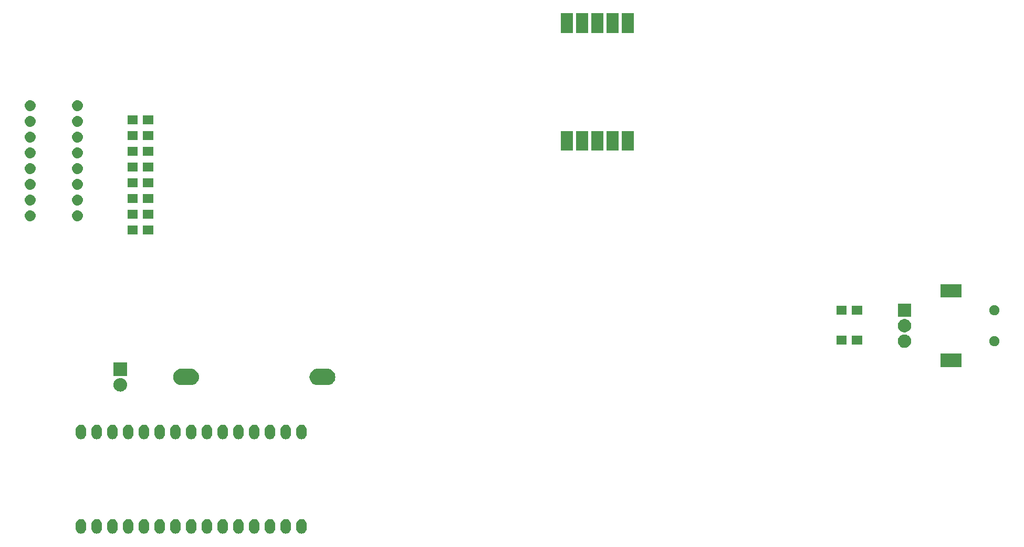
<source format=gts>
G04 #@! TF.GenerationSoftware,KiCad,Pcbnew,5.0.0-rc2*
G04 #@! TF.CreationDate,2019-03-17T20:22:20-04:00*
G04 #@! TF.ProjectId,pcb,7063622E6B696361645F706362000000,rev?*
G04 #@! TF.SameCoordinates,Original*
G04 #@! TF.FileFunction,Soldermask,Top*
G04 #@! TF.FilePolarity,Negative*
%FSLAX46Y46*%
G04 Gerber Fmt 4.6, Leading zero omitted, Abs format (unit mm)*
G04 Created by KiCad (PCBNEW 5.0.0-rc2) date Sun Mar 17 20:22:20 2019*
%MOMM*%
%LPD*%
G01*
G04 APERTURE LIST*
%ADD10C,0.100000*%
G04 APERTURE END LIST*
D10*
G36*
X192504312Y-174716109D02*
X192504315Y-174716110D01*
X192504316Y-174716110D01*
X192541361Y-174727347D01*
X192662316Y-174764038D01*
X192807933Y-174841872D01*
X192935564Y-174946617D01*
X193040309Y-175074248D01*
X193118143Y-175219865D01*
X193118528Y-175221135D01*
X193166071Y-175377864D01*
X193166072Y-175377869D01*
X193178200Y-175501006D01*
X193178199Y-176258995D01*
X193166071Y-176382132D01*
X193118142Y-176540136D01*
X193040308Y-176685753D01*
X192935563Y-176813384D01*
X192807932Y-176918129D01*
X192662315Y-176995963D01*
X192541360Y-177032654D01*
X192504315Y-177043891D01*
X192504314Y-177043891D01*
X192504311Y-177043892D01*
X192340001Y-177060076D01*
X192175688Y-177043891D01*
X192175685Y-177043890D01*
X192175684Y-177043890D01*
X192138639Y-177032653D01*
X192017684Y-176995962D01*
X191872067Y-176918128D01*
X191744436Y-176813383D01*
X191639691Y-176685752D01*
X191561857Y-176540135D01*
X191525166Y-176419180D01*
X191513929Y-176382135D01*
X191513929Y-176382134D01*
X191513928Y-176382131D01*
X191501800Y-176258994D01*
X191501801Y-175501005D01*
X191513929Y-175377868D01*
X191561858Y-175219864D01*
X191639692Y-175074247D01*
X191744437Y-174946616D01*
X191872068Y-174841871D01*
X192017685Y-174764037D01*
X192138640Y-174727346D01*
X192175685Y-174716109D01*
X192175686Y-174716109D01*
X192175689Y-174716108D01*
X192339999Y-174699924D01*
X192504312Y-174716109D01*
X192504312Y-174716109D01*
G37*
G36*
X195044312Y-174716109D02*
X195044315Y-174716110D01*
X195044316Y-174716110D01*
X195081361Y-174727347D01*
X195202316Y-174764038D01*
X195347933Y-174841872D01*
X195475564Y-174946617D01*
X195580309Y-175074248D01*
X195658143Y-175219865D01*
X195658528Y-175221135D01*
X195706071Y-175377864D01*
X195706072Y-175377869D01*
X195718200Y-175501006D01*
X195718199Y-176258995D01*
X195706071Y-176382132D01*
X195658142Y-176540136D01*
X195580308Y-176685753D01*
X195475563Y-176813384D01*
X195347932Y-176918129D01*
X195202315Y-176995963D01*
X195081360Y-177032654D01*
X195044315Y-177043891D01*
X195044314Y-177043891D01*
X195044311Y-177043892D01*
X194880001Y-177060076D01*
X194715688Y-177043891D01*
X194715685Y-177043890D01*
X194715684Y-177043890D01*
X194678639Y-177032653D01*
X194557684Y-176995962D01*
X194412067Y-176918128D01*
X194284436Y-176813383D01*
X194179691Y-176685752D01*
X194101857Y-176540135D01*
X194065166Y-176419180D01*
X194053929Y-176382135D01*
X194053929Y-176382134D01*
X194053928Y-176382131D01*
X194041800Y-176258994D01*
X194041801Y-175501005D01*
X194053929Y-175377868D01*
X194101858Y-175219864D01*
X194179692Y-175074247D01*
X194284437Y-174946616D01*
X194412068Y-174841871D01*
X194557685Y-174764037D01*
X194678640Y-174727346D01*
X194715685Y-174716109D01*
X194715686Y-174716109D01*
X194715689Y-174716108D01*
X194879999Y-174699924D01*
X195044312Y-174716109D01*
X195044312Y-174716109D01*
G37*
G36*
X197584312Y-174716109D02*
X197584315Y-174716110D01*
X197584316Y-174716110D01*
X197621361Y-174727347D01*
X197742316Y-174764038D01*
X197887933Y-174841872D01*
X198015564Y-174946617D01*
X198120309Y-175074248D01*
X198198143Y-175219865D01*
X198198528Y-175221135D01*
X198246071Y-175377864D01*
X198246072Y-175377869D01*
X198258200Y-175501006D01*
X198258199Y-176258995D01*
X198246071Y-176382132D01*
X198198142Y-176540136D01*
X198120308Y-176685753D01*
X198015563Y-176813384D01*
X197887932Y-176918129D01*
X197742315Y-176995963D01*
X197621360Y-177032654D01*
X197584315Y-177043891D01*
X197584314Y-177043891D01*
X197584311Y-177043892D01*
X197420001Y-177060076D01*
X197255688Y-177043891D01*
X197255685Y-177043890D01*
X197255684Y-177043890D01*
X197218639Y-177032653D01*
X197097684Y-176995962D01*
X196952067Y-176918128D01*
X196824436Y-176813383D01*
X196719691Y-176685752D01*
X196641857Y-176540135D01*
X196605166Y-176419180D01*
X196593929Y-176382135D01*
X196593929Y-176382134D01*
X196593928Y-176382131D01*
X196581800Y-176258994D01*
X196581801Y-175501005D01*
X196593929Y-175377868D01*
X196641858Y-175219864D01*
X196719692Y-175074247D01*
X196824437Y-174946616D01*
X196952068Y-174841871D01*
X197097685Y-174764037D01*
X197218640Y-174727346D01*
X197255685Y-174716109D01*
X197255686Y-174716109D01*
X197255689Y-174716108D01*
X197419999Y-174699924D01*
X197584312Y-174716109D01*
X197584312Y-174716109D01*
G37*
G36*
X200124312Y-174716109D02*
X200124315Y-174716110D01*
X200124316Y-174716110D01*
X200161361Y-174727347D01*
X200282316Y-174764038D01*
X200427933Y-174841872D01*
X200555564Y-174946617D01*
X200660309Y-175074248D01*
X200738143Y-175219865D01*
X200738528Y-175221135D01*
X200786071Y-175377864D01*
X200786072Y-175377869D01*
X200798200Y-175501006D01*
X200798199Y-176258995D01*
X200786071Y-176382132D01*
X200738142Y-176540136D01*
X200660308Y-176685753D01*
X200555563Y-176813384D01*
X200427932Y-176918129D01*
X200282315Y-176995963D01*
X200161360Y-177032654D01*
X200124315Y-177043891D01*
X200124314Y-177043891D01*
X200124311Y-177043892D01*
X199960001Y-177060076D01*
X199795688Y-177043891D01*
X199795685Y-177043890D01*
X199795684Y-177043890D01*
X199758639Y-177032653D01*
X199637684Y-176995962D01*
X199492067Y-176918128D01*
X199364436Y-176813383D01*
X199259691Y-176685752D01*
X199181857Y-176540135D01*
X199145166Y-176419180D01*
X199133929Y-176382135D01*
X199133929Y-176382134D01*
X199133928Y-176382131D01*
X199121800Y-176258994D01*
X199121801Y-175501005D01*
X199133929Y-175377868D01*
X199181858Y-175219864D01*
X199259692Y-175074247D01*
X199364437Y-174946616D01*
X199492068Y-174841871D01*
X199637685Y-174764037D01*
X199758640Y-174727346D01*
X199795685Y-174716109D01*
X199795686Y-174716109D01*
X199795689Y-174716108D01*
X199959999Y-174699924D01*
X200124312Y-174716109D01*
X200124312Y-174716109D01*
G37*
G36*
X207744312Y-174717379D02*
X207744315Y-174717380D01*
X207744316Y-174717380D01*
X207781361Y-174728617D01*
X207902316Y-174765308D01*
X208047933Y-174843142D01*
X208175564Y-174947887D01*
X208280309Y-175075518D01*
X208358143Y-175221135D01*
X208394834Y-175342090D01*
X208406071Y-175379134D01*
X208406072Y-175379139D01*
X208418200Y-175502276D01*
X208418199Y-176257725D01*
X208406071Y-176380862D01*
X208358142Y-176538866D01*
X208280308Y-176684483D01*
X208175563Y-176812114D01*
X208047932Y-176916859D01*
X207902315Y-176994693D01*
X207781360Y-177031384D01*
X207744315Y-177042621D01*
X207744314Y-177042621D01*
X207744311Y-177042622D01*
X207580001Y-177058806D01*
X207415688Y-177042621D01*
X207415685Y-177042620D01*
X207415684Y-177042620D01*
X207378639Y-177031383D01*
X207257684Y-176994692D01*
X207112067Y-176916858D01*
X206984436Y-176812113D01*
X206879691Y-176684482D01*
X206801857Y-176538865D01*
X206754314Y-176382135D01*
X206753929Y-176380865D01*
X206753929Y-176380864D01*
X206753928Y-176380861D01*
X206741800Y-176257724D01*
X206741801Y-175502275D01*
X206753929Y-175379138D01*
X206801858Y-175221134D01*
X206879692Y-175075517D01*
X206984437Y-174947886D01*
X207112068Y-174843141D01*
X207257685Y-174765307D01*
X207415682Y-174717380D01*
X207415685Y-174717379D01*
X207415686Y-174717379D01*
X207415689Y-174717378D01*
X207579999Y-174701194D01*
X207744312Y-174717379D01*
X207744312Y-174717379D01*
G37*
G36*
X220444312Y-174717379D02*
X220444315Y-174717380D01*
X220444316Y-174717380D01*
X220481361Y-174728617D01*
X220602316Y-174765308D01*
X220747933Y-174843142D01*
X220875564Y-174947887D01*
X220980309Y-175075518D01*
X221058143Y-175221135D01*
X221094834Y-175342090D01*
X221106071Y-175379134D01*
X221106072Y-175379139D01*
X221118200Y-175502276D01*
X221118199Y-176257725D01*
X221106071Y-176380862D01*
X221058142Y-176538866D01*
X220980308Y-176684483D01*
X220875563Y-176812114D01*
X220747932Y-176916859D01*
X220602315Y-176994693D01*
X220481360Y-177031384D01*
X220444315Y-177042621D01*
X220444314Y-177042621D01*
X220444311Y-177042622D01*
X220280001Y-177058806D01*
X220115688Y-177042621D01*
X220115685Y-177042620D01*
X220115684Y-177042620D01*
X220078639Y-177031383D01*
X219957684Y-176994692D01*
X219812067Y-176916858D01*
X219684436Y-176812113D01*
X219579691Y-176684482D01*
X219501857Y-176538865D01*
X219454314Y-176382135D01*
X219453929Y-176380865D01*
X219453929Y-176380864D01*
X219453928Y-176380861D01*
X219441800Y-176257724D01*
X219441801Y-175502275D01*
X219453929Y-175379138D01*
X219501858Y-175221134D01*
X219579692Y-175075517D01*
X219684437Y-174947886D01*
X219812068Y-174843141D01*
X219957685Y-174765307D01*
X220115682Y-174717380D01*
X220115685Y-174717379D01*
X220115686Y-174717379D01*
X220115689Y-174717378D01*
X220279999Y-174701194D01*
X220444312Y-174717379D01*
X220444312Y-174717379D01*
G37*
G36*
X205204312Y-174717379D02*
X205204315Y-174717380D01*
X205204316Y-174717380D01*
X205241361Y-174728617D01*
X205362316Y-174765308D01*
X205507933Y-174843142D01*
X205635564Y-174947887D01*
X205740309Y-175075518D01*
X205818143Y-175221135D01*
X205854834Y-175342090D01*
X205866071Y-175379134D01*
X205866072Y-175379139D01*
X205878200Y-175502276D01*
X205878199Y-176257725D01*
X205866071Y-176380862D01*
X205818142Y-176538866D01*
X205740308Y-176684483D01*
X205635563Y-176812114D01*
X205507932Y-176916859D01*
X205362315Y-176994693D01*
X205241360Y-177031384D01*
X205204315Y-177042621D01*
X205204314Y-177042621D01*
X205204311Y-177042622D01*
X205040001Y-177058806D01*
X204875688Y-177042621D01*
X204875685Y-177042620D01*
X204875684Y-177042620D01*
X204838639Y-177031383D01*
X204717684Y-176994692D01*
X204572067Y-176916858D01*
X204444436Y-176812113D01*
X204339691Y-176684482D01*
X204261857Y-176538865D01*
X204214314Y-176382135D01*
X204213929Y-176380865D01*
X204213929Y-176380864D01*
X204213928Y-176380861D01*
X204201800Y-176257724D01*
X204201801Y-175502275D01*
X204213929Y-175379138D01*
X204261858Y-175221134D01*
X204339692Y-175075517D01*
X204444437Y-174947886D01*
X204572068Y-174843141D01*
X204717685Y-174765307D01*
X204875682Y-174717380D01*
X204875685Y-174717379D01*
X204875686Y-174717379D01*
X204875689Y-174717378D01*
X205039999Y-174701194D01*
X205204312Y-174717379D01*
X205204312Y-174717379D01*
G37*
G36*
X210284312Y-174717379D02*
X210284315Y-174717380D01*
X210284316Y-174717380D01*
X210321361Y-174728617D01*
X210442316Y-174765308D01*
X210587933Y-174843142D01*
X210715564Y-174947887D01*
X210820309Y-175075518D01*
X210898143Y-175221135D01*
X210934834Y-175342090D01*
X210946071Y-175379134D01*
X210946072Y-175379139D01*
X210958200Y-175502276D01*
X210958199Y-176257725D01*
X210946071Y-176380862D01*
X210898142Y-176538866D01*
X210820308Y-176684483D01*
X210715563Y-176812114D01*
X210587932Y-176916859D01*
X210442315Y-176994693D01*
X210321360Y-177031384D01*
X210284315Y-177042621D01*
X210284314Y-177042621D01*
X210284311Y-177042622D01*
X210120001Y-177058806D01*
X209955688Y-177042621D01*
X209955685Y-177042620D01*
X209955684Y-177042620D01*
X209918639Y-177031383D01*
X209797684Y-176994692D01*
X209652067Y-176916858D01*
X209524436Y-176812113D01*
X209419691Y-176684482D01*
X209341857Y-176538865D01*
X209294314Y-176382135D01*
X209293929Y-176380865D01*
X209293929Y-176380864D01*
X209293928Y-176380861D01*
X209281800Y-176257724D01*
X209281801Y-175502275D01*
X209293929Y-175379138D01*
X209341858Y-175221134D01*
X209419692Y-175075517D01*
X209524437Y-174947886D01*
X209652068Y-174843141D01*
X209797685Y-174765307D01*
X209955682Y-174717380D01*
X209955685Y-174717379D01*
X209955686Y-174717379D01*
X209955689Y-174717378D01*
X210119999Y-174701194D01*
X210284312Y-174717379D01*
X210284312Y-174717379D01*
G37*
G36*
X212824312Y-174717379D02*
X212824315Y-174717380D01*
X212824316Y-174717380D01*
X212861361Y-174728617D01*
X212982316Y-174765308D01*
X213127933Y-174843142D01*
X213255564Y-174947887D01*
X213360309Y-175075518D01*
X213438143Y-175221135D01*
X213474834Y-175342090D01*
X213486071Y-175379134D01*
X213486072Y-175379139D01*
X213498200Y-175502276D01*
X213498199Y-176257725D01*
X213486071Y-176380862D01*
X213438142Y-176538866D01*
X213360308Y-176684483D01*
X213255563Y-176812114D01*
X213127932Y-176916859D01*
X212982315Y-176994693D01*
X212861360Y-177031384D01*
X212824315Y-177042621D01*
X212824314Y-177042621D01*
X212824311Y-177042622D01*
X212660001Y-177058806D01*
X212495688Y-177042621D01*
X212495685Y-177042620D01*
X212495684Y-177042620D01*
X212458639Y-177031383D01*
X212337684Y-176994692D01*
X212192067Y-176916858D01*
X212064436Y-176812113D01*
X211959691Y-176684482D01*
X211881857Y-176538865D01*
X211834314Y-176382135D01*
X211833929Y-176380865D01*
X211833929Y-176380864D01*
X211833928Y-176380861D01*
X211821800Y-176257724D01*
X211821801Y-175502275D01*
X211833929Y-175379138D01*
X211881858Y-175221134D01*
X211959692Y-175075517D01*
X212064437Y-174947886D01*
X212192068Y-174843141D01*
X212337685Y-174765307D01*
X212495682Y-174717380D01*
X212495685Y-174717379D01*
X212495686Y-174717379D01*
X212495689Y-174717378D01*
X212659999Y-174701194D01*
X212824312Y-174717379D01*
X212824312Y-174717379D01*
G37*
G36*
X215364312Y-174717379D02*
X215364315Y-174717380D01*
X215364316Y-174717380D01*
X215401361Y-174728617D01*
X215522316Y-174765308D01*
X215667933Y-174843142D01*
X215795564Y-174947887D01*
X215900309Y-175075518D01*
X215978143Y-175221135D01*
X216014834Y-175342090D01*
X216026071Y-175379134D01*
X216026072Y-175379139D01*
X216038200Y-175502276D01*
X216038199Y-176257725D01*
X216026071Y-176380862D01*
X215978142Y-176538866D01*
X215900308Y-176684483D01*
X215795563Y-176812114D01*
X215667932Y-176916859D01*
X215522315Y-176994693D01*
X215401360Y-177031384D01*
X215364315Y-177042621D01*
X215364314Y-177042621D01*
X215364311Y-177042622D01*
X215200001Y-177058806D01*
X215035688Y-177042621D01*
X215035685Y-177042620D01*
X215035684Y-177042620D01*
X214998639Y-177031383D01*
X214877684Y-176994692D01*
X214732067Y-176916858D01*
X214604436Y-176812113D01*
X214499691Y-176684482D01*
X214421857Y-176538865D01*
X214374314Y-176382135D01*
X214373929Y-176380865D01*
X214373929Y-176380864D01*
X214373928Y-176380861D01*
X214361800Y-176257724D01*
X214361801Y-175502275D01*
X214373929Y-175379138D01*
X214421858Y-175221134D01*
X214499692Y-175075517D01*
X214604437Y-174947886D01*
X214732068Y-174843141D01*
X214877685Y-174765307D01*
X215035682Y-174717380D01*
X215035685Y-174717379D01*
X215035686Y-174717379D01*
X215035689Y-174717378D01*
X215199999Y-174701194D01*
X215364312Y-174717379D01*
X215364312Y-174717379D01*
G37*
G36*
X217904312Y-174717379D02*
X217904315Y-174717380D01*
X217904316Y-174717380D01*
X217941361Y-174728617D01*
X218062316Y-174765308D01*
X218207933Y-174843142D01*
X218335564Y-174947887D01*
X218440309Y-175075518D01*
X218518143Y-175221135D01*
X218554834Y-175342090D01*
X218566071Y-175379134D01*
X218566072Y-175379139D01*
X218578200Y-175502276D01*
X218578199Y-176257725D01*
X218566071Y-176380862D01*
X218518142Y-176538866D01*
X218440308Y-176684483D01*
X218335563Y-176812114D01*
X218207932Y-176916859D01*
X218062315Y-176994693D01*
X217941360Y-177031384D01*
X217904315Y-177042621D01*
X217904314Y-177042621D01*
X217904311Y-177042622D01*
X217740001Y-177058806D01*
X217575688Y-177042621D01*
X217575685Y-177042620D01*
X217575684Y-177042620D01*
X217538639Y-177031383D01*
X217417684Y-176994692D01*
X217272067Y-176916858D01*
X217144436Y-176812113D01*
X217039691Y-176684482D01*
X216961857Y-176538865D01*
X216914314Y-176382135D01*
X216913929Y-176380865D01*
X216913929Y-176380864D01*
X216913928Y-176380861D01*
X216901800Y-176257724D01*
X216901801Y-175502275D01*
X216913929Y-175379138D01*
X216961858Y-175221134D01*
X217039692Y-175075517D01*
X217144437Y-174947886D01*
X217272068Y-174843141D01*
X217417685Y-174765307D01*
X217575682Y-174717380D01*
X217575685Y-174717379D01*
X217575686Y-174717379D01*
X217575689Y-174717378D01*
X217739999Y-174701194D01*
X217904312Y-174717379D01*
X217904312Y-174717379D01*
G37*
G36*
X222984312Y-174717379D02*
X222984315Y-174717380D01*
X222984316Y-174717380D01*
X223021361Y-174728617D01*
X223142316Y-174765308D01*
X223287933Y-174843142D01*
X223415564Y-174947887D01*
X223520309Y-175075518D01*
X223598143Y-175221135D01*
X223634834Y-175342090D01*
X223646071Y-175379134D01*
X223646072Y-175379139D01*
X223658200Y-175502276D01*
X223658199Y-176257725D01*
X223646071Y-176380862D01*
X223598142Y-176538866D01*
X223520308Y-176684483D01*
X223415563Y-176812114D01*
X223287932Y-176916859D01*
X223142315Y-176994693D01*
X223021360Y-177031384D01*
X222984315Y-177042621D01*
X222984314Y-177042621D01*
X222984311Y-177042622D01*
X222820001Y-177058806D01*
X222655688Y-177042621D01*
X222655685Y-177042620D01*
X222655684Y-177042620D01*
X222618639Y-177031383D01*
X222497684Y-176994692D01*
X222352067Y-176916858D01*
X222224436Y-176812113D01*
X222119691Y-176684482D01*
X222041857Y-176538865D01*
X221994314Y-176382135D01*
X221993929Y-176380865D01*
X221993929Y-176380864D01*
X221993928Y-176380861D01*
X221981800Y-176257724D01*
X221981801Y-175502275D01*
X221993929Y-175379138D01*
X222041858Y-175221134D01*
X222119692Y-175075517D01*
X222224437Y-174947886D01*
X222352068Y-174843141D01*
X222497685Y-174765307D01*
X222655682Y-174717380D01*
X222655685Y-174717379D01*
X222655686Y-174717379D01*
X222655689Y-174717378D01*
X222819999Y-174701194D01*
X222984312Y-174717379D01*
X222984312Y-174717379D01*
G37*
G36*
X225524312Y-174717379D02*
X225524315Y-174717380D01*
X225524316Y-174717380D01*
X225561361Y-174728617D01*
X225682316Y-174765308D01*
X225827933Y-174843142D01*
X225955564Y-174947887D01*
X226060309Y-175075518D01*
X226138143Y-175221135D01*
X226174834Y-175342090D01*
X226186071Y-175379134D01*
X226186072Y-175379139D01*
X226198200Y-175502276D01*
X226198199Y-176257725D01*
X226186071Y-176380862D01*
X226138142Y-176538866D01*
X226060308Y-176684483D01*
X225955563Y-176812114D01*
X225827932Y-176916859D01*
X225682315Y-176994693D01*
X225561360Y-177031384D01*
X225524315Y-177042621D01*
X225524314Y-177042621D01*
X225524311Y-177042622D01*
X225360001Y-177058806D01*
X225195688Y-177042621D01*
X225195685Y-177042620D01*
X225195684Y-177042620D01*
X225158639Y-177031383D01*
X225037684Y-176994692D01*
X224892067Y-176916858D01*
X224764436Y-176812113D01*
X224659691Y-176684482D01*
X224581857Y-176538865D01*
X224534314Y-176382135D01*
X224533929Y-176380865D01*
X224533929Y-176380864D01*
X224533928Y-176380861D01*
X224521800Y-176257724D01*
X224521801Y-175502275D01*
X224533929Y-175379138D01*
X224581858Y-175221134D01*
X224659692Y-175075517D01*
X224764437Y-174947886D01*
X224892068Y-174843141D01*
X225037685Y-174765307D01*
X225195682Y-174717380D01*
X225195685Y-174717379D01*
X225195686Y-174717379D01*
X225195689Y-174717378D01*
X225359999Y-174701194D01*
X225524312Y-174717379D01*
X225524312Y-174717379D01*
G37*
G36*
X228064312Y-174717379D02*
X228064315Y-174717380D01*
X228064316Y-174717380D01*
X228101361Y-174728617D01*
X228222316Y-174765308D01*
X228367933Y-174843142D01*
X228495564Y-174947887D01*
X228600309Y-175075518D01*
X228678143Y-175221135D01*
X228714834Y-175342090D01*
X228726071Y-175379134D01*
X228726072Y-175379139D01*
X228738200Y-175502276D01*
X228738199Y-176257725D01*
X228726071Y-176380862D01*
X228678142Y-176538866D01*
X228600308Y-176684483D01*
X228495563Y-176812114D01*
X228367932Y-176916859D01*
X228222315Y-176994693D01*
X228101360Y-177031384D01*
X228064315Y-177042621D01*
X228064314Y-177042621D01*
X228064311Y-177042622D01*
X227900001Y-177058806D01*
X227735688Y-177042621D01*
X227735685Y-177042620D01*
X227735684Y-177042620D01*
X227698639Y-177031383D01*
X227577684Y-176994692D01*
X227432067Y-176916858D01*
X227304436Y-176812113D01*
X227199691Y-176684482D01*
X227121857Y-176538865D01*
X227074314Y-176382135D01*
X227073929Y-176380865D01*
X227073929Y-176380864D01*
X227073928Y-176380861D01*
X227061800Y-176257724D01*
X227061801Y-175502275D01*
X227073929Y-175379138D01*
X227121858Y-175221134D01*
X227199692Y-175075517D01*
X227304437Y-174947886D01*
X227432068Y-174843141D01*
X227577685Y-174765307D01*
X227735682Y-174717380D01*
X227735685Y-174717379D01*
X227735686Y-174717379D01*
X227735689Y-174717378D01*
X227899999Y-174701194D01*
X228064312Y-174717379D01*
X228064312Y-174717379D01*
G37*
G36*
X202664312Y-174717379D02*
X202664315Y-174717380D01*
X202664316Y-174717380D01*
X202701361Y-174728617D01*
X202822316Y-174765308D01*
X202967933Y-174843142D01*
X203095564Y-174947887D01*
X203200309Y-175075518D01*
X203278143Y-175221135D01*
X203314834Y-175342090D01*
X203326071Y-175379134D01*
X203326072Y-175379139D01*
X203338200Y-175502276D01*
X203338199Y-176257725D01*
X203326071Y-176380862D01*
X203278142Y-176538866D01*
X203200308Y-176684483D01*
X203095563Y-176812114D01*
X202967932Y-176916859D01*
X202822315Y-176994693D01*
X202701360Y-177031384D01*
X202664315Y-177042621D01*
X202664314Y-177042621D01*
X202664311Y-177042622D01*
X202500001Y-177058806D01*
X202335688Y-177042621D01*
X202335685Y-177042620D01*
X202335684Y-177042620D01*
X202298639Y-177031383D01*
X202177684Y-176994692D01*
X202032067Y-176916858D01*
X201904436Y-176812113D01*
X201799691Y-176684482D01*
X201721857Y-176538865D01*
X201674314Y-176382135D01*
X201673929Y-176380865D01*
X201673929Y-176380864D01*
X201673928Y-176380861D01*
X201661800Y-176257724D01*
X201661801Y-175502275D01*
X201673929Y-175379138D01*
X201721858Y-175221134D01*
X201799692Y-175075517D01*
X201904437Y-174947886D01*
X202032068Y-174843141D01*
X202177685Y-174765307D01*
X202335682Y-174717380D01*
X202335685Y-174717379D01*
X202335686Y-174717379D01*
X202335689Y-174717378D01*
X202499999Y-174701194D01*
X202664312Y-174717379D01*
X202664312Y-174717379D01*
G37*
G36*
X207744312Y-159476109D02*
X207744315Y-159476110D01*
X207744316Y-159476110D01*
X207781361Y-159487347D01*
X207902316Y-159524038D01*
X208047933Y-159601872D01*
X208175564Y-159706617D01*
X208280309Y-159834248D01*
X208358143Y-159979865D01*
X208394834Y-160100820D01*
X208406071Y-160137864D01*
X208406072Y-160137869D01*
X208418200Y-160261006D01*
X208418199Y-161018995D01*
X208406071Y-161142132D01*
X208358142Y-161300136D01*
X208280308Y-161445753D01*
X208175563Y-161573384D01*
X208047932Y-161678129D01*
X207902315Y-161755963D01*
X207781360Y-161792654D01*
X207744315Y-161803891D01*
X207744314Y-161803891D01*
X207744311Y-161803892D01*
X207580001Y-161820076D01*
X207415688Y-161803891D01*
X207415685Y-161803890D01*
X207415684Y-161803890D01*
X207378639Y-161792653D01*
X207257684Y-161755962D01*
X207112067Y-161678128D01*
X206984436Y-161573383D01*
X206879691Y-161445752D01*
X206801857Y-161300135D01*
X206765166Y-161179180D01*
X206753929Y-161142135D01*
X206753929Y-161142134D01*
X206753928Y-161142131D01*
X206741800Y-161018994D01*
X206741801Y-160261005D01*
X206753929Y-160137868D01*
X206801858Y-159979864D01*
X206879692Y-159834247D01*
X206984437Y-159706616D01*
X207112068Y-159601871D01*
X207257685Y-159524037D01*
X207415682Y-159476110D01*
X207415685Y-159476109D01*
X207415686Y-159476109D01*
X207415689Y-159476108D01*
X207579999Y-159459924D01*
X207744312Y-159476109D01*
X207744312Y-159476109D01*
G37*
G36*
X222984312Y-159476109D02*
X222984315Y-159476110D01*
X222984316Y-159476110D01*
X223021361Y-159487347D01*
X223142316Y-159524038D01*
X223287933Y-159601872D01*
X223415564Y-159706617D01*
X223520309Y-159834248D01*
X223598143Y-159979865D01*
X223634834Y-160100820D01*
X223646071Y-160137864D01*
X223646072Y-160137869D01*
X223658200Y-160261006D01*
X223658199Y-161018995D01*
X223646071Y-161142132D01*
X223598142Y-161300136D01*
X223520308Y-161445753D01*
X223415563Y-161573384D01*
X223287932Y-161678129D01*
X223142315Y-161755963D01*
X223021360Y-161792654D01*
X222984315Y-161803891D01*
X222984314Y-161803891D01*
X222984311Y-161803892D01*
X222820001Y-161820076D01*
X222655688Y-161803891D01*
X222655685Y-161803890D01*
X222655684Y-161803890D01*
X222618639Y-161792653D01*
X222497684Y-161755962D01*
X222352067Y-161678128D01*
X222224436Y-161573383D01*
X222119691Y-161445752D01*
X222041857Y-161300135D01*
X222005166Y-161179180D01*
X221993929Y-161142135D01*
X221993929Y-161142134D01*
X221993928Y-161142131D01*
X221981800Y-161018994D01*
X221981801Y-160261005D01*
X221993929Y-160137868D01*
X222041858Y-159979864D01*
X222119692Y-159834247D01*
X222224437Y-159706616D01*
X222352068Y-159601871D01*
X222497685Y-159524037D01*
X222655682Y-159476110D01*
X222655685Y-159476109D01*
X222655686Y-159476109D01*
X222655689Y-159476108D01*
X222819999Y-159459924D01*
X222984312Y-159476109D01*
X222984312Y-159476109D01*
G37*
G36*
X220444312Y-159476109D02*
X220444315Y-159476110D01*
X220444316Y-159476110D01*
X220481361Y-159487347D01*
X220602316Y-159524038D01*
X220747933Y-159601872D01*
X220875564Y-159706617D01*
X220980309Y-159834248D01*
X221058143Y-159979865D01*
X221094834Y-160100820D01*
X221106071Y-160137864D01*
X221106072Y-160137869D01*
X221118200Y-160261006D01*
X221118199Y-161018995D01*
X221106071Y-161142132D01*
X221058142Y-161300136D01*
X220980308Y-161445753D01*
X220875563Y-161573384D01*
X220747932Y-161678129D01*
X220602315Y-161755963D01*
X220481360Y-161792654D01*
X220444315Y-161803891D01*
X220444314Y-161803891D01*
X220444311Y-161803892D01*
X220280001Y-161820076D01*
X220115688Y-161803891D01*
X220115685Y-161803890D01*
X220115684Y-161803890D01*
X220078639Y-161792653D01*
X219957684Y-161755962D01*
X219812067Y-161678128D01*
X219684436Y-161573383D01*
X219579691Y-161445752D01*
X219501857Y-161300135D01*
X219465166Y-161179180D01*
X219453929Y-161142135D01*
X219453929Y-161142134D01*
X219453928Y-161142131D01*
X219441800Y-161018994D01*
X219441801Y-160261005D01*
X219453929Y-160137868D01*
X219501858Y-159979864D01*
X219579692Y-159834247D01*
X219684437Y-159706616D01*
X219812068Y-159601871D01*
X219957685Y-159524037D01*
X220115682Y-159476110D01*
X220115685Y-159476109D01*
X220115686Y-159476109D01*
X220115689Y-159476108D01*
X220279999Y-159459924D01*
X220444312Y-159476109D01*
X220444312Y-159476109D01*
G37*
G36*
X217904312Y-159476109D02*
X217904315Y-159476110D01*
X217904316Y-159476110D01*
X217941361Y-159487347D01*
X218062316Y-159524038D01*
X218207933Y-159601872D01*
X218335564Y-159706617D01*
X218440309Y-159834248D01*
X218518143Y-159979865D01*
X218554834Y-160100820D01*
X218566071Y-160137864D01*
X218566072Y-160137869D01*
X218578200Y-160261006D01*
X218578199Y-161018995D01*
X218566071Y-161142132D01*
X218518142Y-161300136D01*
X218440308Y-161445753D01*
X218335563Y-161573384D01*
X218207932Y-161678129D01*
X218062315Y-161755963D01*
X217941360Y-161792654D01*
X217904315Y-161803891D01*
X217904314Y-161803891D01*
X217904311Y-161803892D01*
X217740001Y-161820076D01*
X217575688Y-161803891D01*
X217575685Y-161803890D01*
X217575684Y-161803890D01*
X217538639Y-161792653D01*
X217417684Y-161755962D01*
X217272067Y-161678128D01*
X217144436Y-161573383D01*
X217039691Y-161445752D01*
X216961857Y-161300135D01*
X216925166Y-161179180D01*
X216913929Y-161142135D01*
X216913929Y-161142134D01*
X216913928Y-161142131D01*
X216901800Y-161018994D01*
X216901801Y-160261005D01*
X216913929Y-160137868D01*
X216961858Y-159979864D01*
X217039692Y-159834247D01*
X217144437Y-159706616D01*
X217272068Y-159601871D01*
X217417685Y-159524037D01*
X217575682Y-159476110D01*
X217575685Y-159476109D01*
X217575686Y-159476109D01*
X217575689Y-159476108D01*
X217739999Y-159459924D01*
X217904312Y-159476109D01*
X217904312Y-159476109D01*
G37*
G36*
X215364312Y-159476109D02*
X215364315Y-159476110D01*
X215364316Y-159476110D01*
X215401361Y-159487347D01*
X215522316Y-159524038D01*
X215667933Y-159601872D01*
X215795564Y-159706617D01*
X215900309Y-159834248D01*
X215978143Y-159979865D01*
X216014834Y-160100820D01*
X216026071Y-160137864D01*
X216026072Y-160137869D01*
X216038200Y-160261006D01*
X216038199Y-161018995D01*
X216026071Y-161142132D01*
X215978142Y-161300136D01*
X215900308Y-161445753D01*
X215795563Y-161573384D01*
X215667932Y-161678129D01*
X215522315Y-161755963D01*
X215401360Y-161792654D01*
X215364315Y-161803891D01*
X215364314Y-161803891D01*
X215364311Y-161803892D01*
X215200001Y-161820076D01*
X215035688Y-161803891D01*
X215035685Y-161803890D01*
X215035684Y-161803890D01*
X214998639Y-161792653D01*
X214877684Y-161755962D01*
X214732067Y-161678128D01*
X214604436Y-161573383D01*
X214499691Y-161445752D01*
X214421857Y-161300135D01*
X214385166Y-161179180D01*
X214373929Y-161142135D01*
X214373929Y-161142134D01*
X214373928Y-161142131D01*
X214361800Y-161018994D01*
X214361801Y-160261005D01*
X214373929Y-160137868D01*
X214421858Y-159979864D01*
X214499692Y-159834247D01*
X214604437Y-159706616D01*
X214732068Y-159601871D01*
X214877685Y-159524037D01*
X215035682Y-159476110D01*
X215035685Y-159476109D01*
X215035686Y-159476109D01*
X215035689Y-159476108D01*
X215199999Y-159459924D01*
X215364312Y-159476109D01*
X215364312Y-159476109D01*
G37*
G36*
X212824312Y-159476109D02*
X212824315Y-159476110D01*
X212824316Y-159476110D01*
X212861361Y-159487347D01*
X212982316Y-159524038D01*
X213127933Y-159601872D01*
X213255564Y-159706617D01*
X213360309Y-159834248D01*
X213438143Y-159979865D01*
X213474834Y-160100820D01*
X213486071Y-160137864D01*
X213486072Y-160137869D01*
X213498200Y-160261006D01*
X213498199Y-161018995D01*
X213486071Y-161142132D01*
X213438142Y-161300136D01*
X213360308Y-161445753D01*
X213255563Y-161573384D01*
X213127932Y-161678129D01*
X212982315Y-161755963D01*
X212861360Y-161792654D01*
X212824315Y-161803891D01*
X212824314Y-161803891D01*
X212824311Y-161803892D01*
X212660001Y-161820076D01*
X212495688Y-161803891D01*
X212495685Y-161803890D01*
X212495684Y-161803890D01*
X212458639Y-161792653D01*
X212337684Y-161755962D01*
X212192067Y-161678128D01*
X212064436Y-161573383D01*
X211959691Y-161445752D01*
X211881857Y-161300135D01*
X211845166Y-161179180D01*
X211833929Y-161142135D01*
X211833929Y-161142134D01*
X211833928Y-161142131D01*
X211821800Y-161018994D01*
X211821801Y-160261005D01*
X211833929Y-160137868D01*
X211881858Y-159979864D01*
X211959692Y-159834247D01*
X212064437Y-159706616D01*
X212192068Y-159601871D01*
X212337685Y-159524037D01*
X212495682Y-159476110D01*
X212495685Y-159476109D01*
X212495686Y-159476109D01*
X212495689Y-159476108D01*
X212659999Y-159459924D01*
X212824312Y-159476109D01*
X212824312Y-159476109D01*
G37*
G36*
X210284312Y-159476109D02*
X210284315Y-159476110D01*
X210284316Y-159476110D01*
X210321361Y-159487347D01*
X210442316Y-159524038D01*
X210587933Y-159601872D01*
X210715564Y-159706617D01*
X210820309Y-159834248D01*
X210898143Y-159979865D01*
X210934834Y-160100820D01*
X210946071Y-160137864D01*
X210946072Y-160137869D01*
X210958200Y-160261006D01*
X210958199Y-161018995D01*
X210946071Y-161142132D01*
X210898142Y-161300136D01*
X210820308Y-161445753D01*
X210715563Y-161573384D01*
X210587932Y-161678129D01*
X210442315Y-161755963D01*
X210321360Y-161792654D01*
X210284315Y-161803891D01*
X210284314Y-161803891D01*
X210284311Y-161803892D01*
X210120001Y-161820076D01*
X209955688Y-161803891D01*
X209955685Y-161803890D01*
X209955684Y-161803890D01*
X209918639Y-161792653D01*
X209797684Y-161755962D01*
X209652067Y-161678128D01*
X209524436Y-161573383D01*
X209419691Y-161445752D01*
X209341857Y-161300135D01*
X209305166Y-161179180D01*
X209293929Y-161142135D01*
X209293929Y-161142134D01*
X209293928Y-161142131D01*
X209281800Y-161018994D01*
X209281801Y-160261005D01*
X209293929Y-160137868D01*
X209341858Y-159979864D01*
X209419692Y-159834247D01*
X209524437Y-159706616D01*
X209652068Y-159601871D01*
X209797685Y-159524037D01*
X209955682Y-159476110D01*
X209955685Y-159476109D01*
X209955686Y-159476109D01*
X209955689Y-159476108D01*
X210119999Y-159459924D01*
X210284312Y-159476109D01*
X210284312Y-159476109D01*
G37*
G36*
X202664312Y-159476109D02*
X202664315Y-159476110D01*
X202664316Y-159476110D01*
X202701361Y-159487347D01*
X202822316Y-159524038D01*
X202967933Y-159601872D01*
X203095564Y-159706617D01*
X203200309Y-159834248D01*
X203278143Y-159979865D01*
X203314834Y-160100820D01*
X203326071Y-160137864D01*
X203326072Y-160137869D01*
X203338200Y-160261006D01*
X203338199Y-161018995D01*
X203326071Y-161142132D01*
X203278142Y-161300136D01*
X203200308Y-161445753D01*
X203095563Y-161573384D01*
X202967932Y-161678129D01*
X202822315Y-161755963D01*
X202701360Y-161792654D01*
X202664315Y-161803891D01*
X202664314Y-161803891D01*
X202664311Y-161803892D01*
X202500001Y-161820076D01*
X202335688Y-161803891D01*
X202335685Y-161803890D01*
X202335684Y-161803890D01*
X202298639Y-161792653D01*
X202177684Y-161755962D01*
X202032067Y-161678128D01*
X201904436Y-161573383D01*
X201799691Y-161445752D01*
X201721857Y-161300135D01*
X201685166Y-161179180D01*
X201673929Y-161142135D01*
X201673929Y-161142134D01*
X201673928Y-161142131D01*
X201661800Y-161018994D01*
X201661801Y-160261005D01*
X201673929Y-160137868D01*
X201721858Y-159979864D01*
X201799692Y-159834247D01*
X201904437Y-159706616D01*
X202032068Y-159601871D01*
X202177685Y-159524037D01*
X202335682Y-159476110D01*
X202335685Y-159476109D01*
X202335686Y-159476109D01*
X202335689Y-159476108D01*
X202499999Y-159459924D01*
X202664312Y-159476109D01*
X202664312Y-159476109D01*
G37*
G36*
X200124312Y-159476109D02*
X200124315Y-159476110D01*
X200124316Y-159476110D01*
X200161361Y-159487347D01*
X200282316Y-159524038D01*
X200427933Y-159601872D01*
X200555564Y-159706617D01*
X200660309Y-159834248D01*
X200738143Y-159979865D01*
X200774834Y-160100820D01*
X200786071Y-160137864D01*
X200786072Y-160137869D01*
X200798200Y-160261006D01*
X200798199Y-161018995D01*
X200786071Y-161142132D01*
X200738142Y-161300136D01*
X200660308Y-161445753D01*
X200555563Y-161573384D01*
X200427932Y-161678129D01*
X200282315Y-161755963D01*
X200161360Y-161792654D01*
X200124315Y-161803891D01*
X200124314Y-161803891D01*
X200124311Y-161803892D01*
X199960001Y-161820076D01*
X199795688Y-161803891D01*
X199795685Y-161803890D01*
X199795684Y-161803890D01*
X199758639Y-161792653D01*
X199637684Y-161755962D01*
X199492067Y-161678128D01*
X199364436Y-161573383D01*
X199259691Y-161445752D01*
X199181857Y-161300135D01*
X199145166Y-161179180D01*
X199133929Y-161142135D01*
X199133929Y-161142134D01*
X199133928Y-161142131D01*
X199121800Y-161018994D01*
X199121801Y-160261005D01*
X199133929Y-160137868D01*
X199181858Y-159979864D01*
X199259692Y-159834247D01*
X199364437Y-159706616D01*
X199492068Y-159601871D01*
X199637685Y-159524037D01*
X199795682Y-159476110D01*
X199795685Y-159476109D01*
X199795686Y-159476109D01*
X199795689Y-159476108D01*
X199959999Y-159459924D01*
X200124312Y-159476109D01*
X200124312Y-159476109D01*
G37*
G36*
X197584312Y-159476109D02*
X197584315Y-159476110D01*
X197584316Y-159476110D01*
X197621361Y-159487347D01*
X197742316Y-159524038D01*
X197887933Y-159601872D01*
X198015564Y-159706617D01*
X198120309Y-159834248D01*
X198198143Y-159979865D01*
X198234834Y-160100820D01*
X198246071Y-160137864D01*
X198246072Y-160137869D01*
X198258200Y-160261006D01*
X198258199Y-161018995D01*
X198246071Y-161142132D01*
X198198142Y-161300136D01*
X198120308Y-161445753D01*
X198015563Y-161573384D01*
X197887932Y-161678129D01*
X197742315Y-161755963D01*
X197621360Y-161792654D01*
X197584315Y-161803891D01*
X197584314Y-161803891D01*
X197584311Y-161803892D01*
X197420001Y-161820076D01*
X197255688Y-161803891D01*
X197255685Y-161803890D01*
X197255684Y-161803890D01*
X197218639Y-161792653D01*
X197097684Y-161755962D01*
X196952067Y-161678128D01*
X196824436Y-161573383D01*
X196719691Y-161445752D01*
X196641857Y-161300135D01*
X196605166Y-161179180D01*
X196593929Y-161142135D01*
X196593929Y-161142134D01*
X196593928Y-161142131D01*
X196581800Y-161018994D01*
X196581801Y-160261005D01*
X196593929Y-160137868D01*
X196641858Y-159979864D01*
X196719692Y-159834247D01*
X196824437Y-159706616D01*
X196952068Y-159601871D01*
X197097685Y-159524037D01*
X197255682Y-159476110D01*
X197255685Y-159476109D01*
X197255686Y-159476109D01*
X197255689Y-159476108D01*
X197419999Y-159459924D01*
X197584312Y-159476109D01*
X197584312Y-159476109D01*
G37*
G36*
X195044312Y-159476109D02*
X195044315Y-159476110D01*
X195044316Y-159476110D01*
X195081361Y-159487347D01*
X195202316Y-159524038D01*
X195347933Y-159601872D01*
X195475564Y-159706617D01*
X195580309Y-159834248D01*
X195658143Y-159979865D01*
X195694834Y-160100820D01*
X195706071Y-160137864D01*
X195706072Y-160137869D01*
X195718200Y-160261006D01*
X195718199Y-161018995D01*
X195706071Y-161142132D01*
X195658142Y-161300136D01*
X195580308Y-161445753D01*
X195475563Y-161573384D01*
X195347932Y-161678129D01*
X195202315Y-161755963D01*
X195081360Y-161792654D01*
X195044315Y-161803891D01*
X195044314Y-161803891D01*
X195044311Y-161803892D01*
X194880001Y-161820076D01*
X194715688Y-161803891D01*
X194715685Y-161803890D01*
X194715684Y-161803890D01*
X194678639Y-161792653D01*
X194557684Y-161755962D01*
X194412067Y-161678128D01*
X194284436Y-161573383D01*
X194179691Y-161445752D01*
X194101857Y-161300135D01*
X194065166Y-161179180D01*
X194053929Y-161142135D01*
X194053929Y-161142134D01*
X194053928Y-161142131D01*
X194041800Y-161018994D01*
X194041801Y-160261005D01*
X194053929Y-160137868D01*
X194101858Y-159979864D01*
X194179692Y-159834247D01*
X194284437Y-159706616D01*
X194412068Y-159601871D01*
X194557685Y-159524037D01*
X194715682Y-159476110D01*
X194715685Y-159476109D01*
X194715686Y-159476109D01*
X194715689Y-159476108D01*
X194879999Y-159459924D01*
X195044312Y-159476109D01*
X195044312Y-159476109D01*
G37*
G36*
X192504312Y-159476109D02*
X192504315Y-159476110D01*
X192504316Y-159476110D01*
X192541361Y-159487347D01*
X192662316Y-159524038D01*
X192807933Y-159601872D01*
X192935564Y-159706617D01*
X193040309Y-159834248D01*
X193118143Y-159979865D01*
X193154834Y-160100820D01*
X193166071Y-160137864D01*
X193166072Y-160137869D01*
X193178200Y-160261006D01*
X193178199Y-161018995D01*
X193166071Y-161142132D01*
X193118142Y-161300136D01*
X193040308Y-161445753D01*
X192935563Y-161573384D01*
X192807932Y-161678129D01*
X192662315Y-161755963D01*
X192541360Y-161792654D01*
X192504315Y-161803891D01*
X192504314Y-161803891D01*
X192504311Y-161803892D01*
X192340001Y-161820076D01*
X192175688Y-161803891D01*
X192175685Y-161803890D01*
X192175684Y-161803890D01*
X192138639Y-161792653D01*
X192017684Y-161755962D01*
X191872067Y-161678128D01*
X191744436Y-161573383D01*
X191639691Y-161445752D01*
X191561857Y-161300135D01*
X191525166Y-161179180D01*
X191513929Y-161142135D01*
X191513929Y-161142134D01*
X191513928Y-161142131D01*
X191501800Y-161018994D01*
X191501801Y-160261005D01*
X191513929Y-160137868D01*
X191561858Y-159979864D01*
X191639692Y-159834247D01*
X191744437Y-159706616D01*
X191872068Y-159601871D01*
X192017685Y-159524037D01*
X192175682Y-159476110D01*
X192175685Y-159476109D01*
X192175686Y-159476109D01*
X192175689Y-159476108D01*
X192339999Y-159459924D01*
X192504312Y-159476109D01*
X192504312Y-159476109D01*
G37*
G36*
X228064312Y-159476109D02*
X228064315Y-159476110D01*
X228064316Y-159476110D01*
X228101361Y-159487347D01*
X228222316Y-159524038D01*
X228367933Y-159601872D01*
X228495564Y-159706617D01*
X228600309Y-159834248D01*
X228678143Y-159979865D01*
X228714834Y-160100820D01*
X228726071Y-160137864D01*
X228726072Y-160137869D01*
X228738200Y-160261006D01*
X228738199Y-161018995D01*
X228726071Y-161142132D01*
X228678142Y-161300136D01*
X228600308Y-161445753D01*
X228495563Y-161573384D01*
X228367932Y-161678129D01*
X228222315Y-161755963D01*
X228101360Y-161792654D01*
X228064315Y-161803891D01*
X228064314Y-161803891D01*
X228064311Y-161803892D01*
X227900001Y-161820076D01*
X227735688Y-161803891D01*
X227735685Y-161803890D01*
X227735684Y-161803890D01*
X227698639Y-161792653D01*
X227577684Y-161755962D01*
X227432067Y-161678128D01*
X227304436Y-161573383D01*
X227199691Y-161445752D01*
X227121857Y-161300135D01*
X227085166Y-161179180D01*
X227073929Y-161142135D01*
X227073929Y-161142134D01*
X227073928Y-161142131D01*
X227061800Y-161018994D01*
X227061801Y-160261005D01*
X227073929Y-160137868D01*
X227121858Y-159979864D01*
X227199692Y-159834247D01*
X227304437Y-159706616D01*
X227432068Y-159601871D01*
X227577685Y-159524037D01*
X227735682Y-159476110D01*
X227735685Y-159476109D01*
X227735686Y-159476109D01*
X227735689Y-159476108D01*
X227899999Y-159459924D01*
X228064312Y-159476109D01*
X228064312Y-159476109D01*
G37*
G36*
X225524312Y-159476109D02*
X225524315Y-159476110D01*
X225524316Y-159476110D01*
X225561361Y-159487347D01*
X225682316Y-159524038D01*
X225827933Y-159601872D01*
X225955564Y-159706617D01*
X226060309Y-159834248D01*
X226138143Y-159979865D01*
X226174834Y-160100820D01*
X226186071Y-160137864D01*
X226186072Y-160137869D01*
X226198200Y-160261006D01*
X226198199Y-161018995D01*
X226186071Y-161142132D01*
X226138142Y-161300136D01*
X226060308Y-161445753D01*
X225955563Y-161573384D01*
X225827932Y-161678129D01*
X225682315Y-161755963D01*
X225561360Y-161792654D01*
X225524315Y-161803891D01*
X225524314Y-161803891D01*
X225524311Y-161803892D01*
X225360001Y-161820076D01*
X225195688Y-161803891D01*
X225195685Y-161803890D01*
X225195684Y-161803890D01*
X225158639Y-161792653D01*
X225037684Y-161755962D01*
X224892067Y-161678128D01*
X224764436Y-161573383D01*
X224659691Y-161445752D01*
X224581857Y-161300135D01*
X224545166Y-161179180D01*
X224533929Y-161142135D01*
X224533929Y-161142134D01*
X224533928Y-161142131D01*
X224521800Y-161018994D01*
X224521801Y-160261005D01*
X224533929Y-160137868D01*
X224581858Y-159979864D01*
X224659692Y-159834247D01*
X224764437Y-159706616D01*
X224892068Y-159601871D01*
X225037685Y-159524037D01*
X225195682Y-159476110D01*
X225195685Y-159476109D01*
X225195686Y-159476109D01*
X225195689Y-159476108D01*
X225359999Y-159459924D01*
X225524312Y-159476109D01*
X225524312Y-159476109D01*
G37*
G36*
X205204312Y-159476109D02*
X205204315Y-159476110D01*
X205204316Y-159476110D01*
X205241361Y-159487347D01*
X205362316Y-159524038D01*
X205507933Y-159601872D01*
X205635564Y-159706617D01*
X205740309Y-159834248D01*
X205818143Y-159979865D01*
X205854834Y-160100820D01*
X205866071Y-160137864D01*
X205866072Y-160137869D01*
X205878200Y-160261006D01*
X205878199Y-161018995D01*
X205866071Y-161142132D01*
X205818142Y-161300136D01*
X205740308Y-161445753D01*
X205635563Y-161573384D01*
X205507932Y-161678129D01*
X205362315Y-161755963D01*
X205241360Y-161792654D01*
X205204315Y-161803891D01*
X205204314Y-161803891D01*
X205204311Y-161803892D01*
X205040001Y-161820076D01*
X204875688Y-161803891D01*
X204875685Y-161803890D01*
X204875684Y-161803890D01*
X204838639Y-161792653D01*
X204717684Y-161755962D01*
X204572067Y-161678128D01*
X204444436Y-161573383D01*
X204339691Y-161445752D01*
X204261857Y-161300135D01*
X204225166Y-161179180D01*
X204213929Y-161142135D01*
X204213929Y-161142134D01*
X204213928Y-161142131D01*
X204201800Y-161018994D01*
X204201801Y-160261005D01*
X204213929Y-160137868D01*
X204261858Y-159979864D01*
X204339692Y-159834247D01*
X204444437Y-159706616D01*
X204572068Y-159601871D01*
X204717685Y-159524037D01*
X204875682Y-159476110D01*
X204875685Y-159476109D01*
X204875686Y-159476109D01*
X204875689Y-159476108D01*
X205039999Y-159459924D01*
X205204312Y-159476109D01*
X205204312Y-159476109D01*
G37*
G36*
X198904105Y-151943603D02*
X198904108Y-151943604D01*
X198904109Y-151943604D01*
X199109989Y-152006057D01*
X199278032Y-152095878D01*
X199299731Y-152107476D01*
X199466038Y-152243962D01*
X199602524Y-152410269D01*
X199602525Y-152410271D01*
X199703943Y-152600011D01*
X199703943Y-152600012D01*
X199766397Y-152805895D01*
X199787485Y-153020000D01*
X199766397Y-153234105D01*
X199766396Y-153234108D01*
X199766396Y-153234109D01*
X199703943Y-153439989D01*
X199614122Y-153608032D01*
X199602524Y-153629731D01*
X199466038Y-153796038D01*
X199299731Y-153932524D01*
X199299729Y-153932525D01*
X199109989Y-154033943D01*
X198904109Y-154096396D01*
X198904108Y-154096396D01*
X198904105Y-154096397D01*
X198743654Y-154112200D01*
X198636346Y-154112200D01*
X198475895Y-154096397D01*
X198475892Y-154096396D01*
X198475891Y-154096396D01*
X198270011Y-154033943D01*
X198080271Y-153932525D01*
X198080269Y-153932524D01*
X197913962Y-153796038D01*
X197777476Y-153629731D01*
X197765878Y-153608032D01*
X197676057Y-153439989D01*
X197613604Y-153234109D01*
X197613604Y-153234108D01*
X197613603Y-153234105D01*
X197592515Y-153020000D01*
X197613603Y-152805895D01*
X197676057Y-152600012D01*
X197676057Y-152600011D01*
X197777475Y-152410271D01*
X197777476Y-152410269D01*
X197913962Y-152243962D01*
X198080269Y-152107476D01*
X198101968Y-152095878D01*
X198270011Y-152006057D01*
X198475891Y-151943604D01*
X198475892Y-151943604D01*
X198475895Y-151943603D01*
X198636346Y-151927800D01*
X198743654Y-151927800D01*
X198904105Y-151943603D01*
X198904105Y-151943603D01*
G37*
G36*
X210289744Y-150443304D02*
X210289747Y-150443305D01*
X210289748Y-150443305D01*
X210539677Y-150519120D01*
X210770015Y-150642238D01*
X210971905Y-150807925D01*
X211137592Y-151009815D01*
X211260710Y-151240153D01*
X211336526Y-151490086D01*
X211362126Y-151750000D01*
X211336526Y-152009914D01*
X211260710Y-152259847D01*
X211137592Y-152490185D01*
X210971905Y-152692075D01*
X210770015Y-152857762D01*
X210770013Y-152857763D01*
X210539677Y-152980880D01*
X210289748Y-153056695D01*
X210289747Y-153056695D01*
X210289744Y-153056696D01*
X210094967Y-153075880D01*
X208463553Y-153075880D01*
X208268776Y-153056696D01*
X208268773Y-153056695D01*
X208268772Y-153056695D01*
X208018843Y-152980880D01*
X207788507Y-152857763D01*
X207788505Y-152857762D01*
X207586615Y-152692075D01*
X207420928Y-152490185D01*
X207297810Y-152259847D01*
X207221994Y-152009914D01*
X207196394Y-151750000D01*
X207221994Y-151490086D01*
X207297810Y-151240153D01*
X207420928Y-151009815D01*
X207586615Y-150807925D01*
X207788505Y-150642238D01*
X208018843Y-150519120D01*
X208268772Y-150443305D01*
X208268773Y-150443305D01*
X208268776Y-150443304D01*
X208463553Y-150424120D01*
X210094967Y-150424120D01*
X210289744Y-150443304D01*
X210289744Y-150443304D01*
G37*
G36*
X232291224Y-150443304D02*
X232291227Y-150443305D01*
X232291228Y-150443305D01*
X232541157Y-150519120D01*
X232771495Y-150642238D01*
X232973385Y-150807925D01*
X233139072Y-151009815D01*
X233262190Y-151240153D01*
X233338006Y-151490086D01*
X233363606Y-151750000D01*
X233338006Y-152009914D01*
X233262190Y-152259847D01*
X233139072Y-152490185D01*
X232973385Y-152692075D01*
X232771495Y-152857762D01*
X232771493Y-152857763D01*
X232541157Y-152980880D01*
X232291228Y-153056695D01*
X232291227Y-153056695D01*
X232291224Y-153056696D01*
X232096447Y-153075880D01*
X230465033Y-153075880D01*
X230270256Y-153056696D01*
X230270253Y-153056695D01*
X230270252Y-153056695D01*
X230020323Y-152980880D01*
X229789987Y-152857763D01*
X229789985Y-152857762D01*
X229588095Y-152692075D01*
X229422408Y-152490185D01*
X229299290Y-152259847D01*
X229223474Y-152009914D01*
X229197874Y-151750000D01*
X229223474Y-151490086D01*
X229299290Y-151240153D01*
X229422408Y-151009815D01*
X229588095Y-150807925D01*
X229789985Y-150642238D01*
X230020323Y-150519120D01*
X230270252Y-150443305D01*
X230270253Y-150443305D01*
X230270256Y-150443304D01*
X230465033Y-150424120D01*
X232096447Y-150424120D01*
X232291224Y-150443304D01*
X232291224Y-150443304D01*
G37*
G36*
X199782200Y-151572200D02*
X197597800Y-151572200D01*
X197597800Y-149387800D01*
X199782200Y-149387800D01*
X199782200Y-151572200D01*
X199782200Y-151572200D01*
G37*
G36*
X334296200Y-150146200D02*
X330943800Y-150146200D01*
X330943800Y-147993800D01*
X334296200Y-147993800D01*
X334296200Y-150146200D01*
X334296200Y-150146200D01*
G37*
G36*
X325433918Y-144935158D02*
X325629770Y-145016283D01*
X325629772Y-145016284D01*
X325717905Y-145075173D01*
X325806039Y-145134062D01*
X325955938Y-145283961D01*
X325985531Y-145328250D01*
X326062424Y-145443328D01*
X326073717Y-145460230D01*
X326154842Y-145656082D01*
X326196200Y-145864004D01*
X326196200Y-146075996D01*
X326154842Y-146283918D01*
X326122768Y-146361350D01*
X326073716Y-146479772D01*
X326062423Y-146496673D01*
X325955938Y-146656039D01*
X325806039Y-146805938D01*
X325717904Y-146864828D01*
X325629772Y-146923716D01*
X325629771Y-146923717D01*
X325629770Y-146923717D01*
X325433918Y-147004842D01*
X325225996Y-147046200D01*
X325014004Y-147046200D01*
X324806082Y-147004842D01*
X324610230Y-146923717D01*
X324610229Y-146923717D01*
X324610228Y-146923716D01*
X324522096Y-146864828D01*
X324433961Y-146805938D01*
X324284062Y-146656039D01*
X324177577Y-146496673D01*
X324166284Y-146479772D01*
X324117232Y-146361350D01*
X324085158Y-146283918D01*
X324043800Y-146075996D01*
X324043800Y-145864004D01*
X324085158Y-145656082D01*
X324166283Y-145460230D01*
X324177577Y-145443328D01*
X324254469Y-145328250D01*
X324284062Y-145283961D01*
X324433961Y-145134062D01*
X324522095Y-145075173D01*
X324610228Y-145016284D01*
X324610230Y-145016283D01*
X324806082Y-144935158D01*
X325014004Y-144893800D01*
X325225996Y-144893800D01*
X325433918Y-144935158D01*
X325433918Y-144935158D01*
G37*
G36*
X339860994Y-145175550D02*
X340011353Y-145237831D01*
X340146672Y-145328248D01*
X340261752Y-145443328D01*
X340352169Y-145578647D01*
X340414450Y-145729006D01*
X340446200Y-145888626D01*
X340446200Y-146051374D01*
X340414450Y-146210994D01*
X340352169Y-146361353D01*
X340261752Y-146496672D01*
X340146672Y-146611752D01*
X340011353Y-146702169D01*
X339860994Y-146764450D01*
X339701374Y-146796200D01*
X339538626Y-146796200D01*
X339379006Y-146764450D01*
X339228647Y-146702169D01*
X339093328Y-146611752D01*
X338978248Y-146496672D01*
X338887831Y-146361353D01*
X338825550Y-146210994D01*
X338793800Y-146051374D01*
X338793800Y-145888626D01*
X338825550Y-145729006D01*
X338887831Y-145578647D01*
X338978248Y-145443328D01*
X339093328Y-145328248D01*
X339228647Y-145237831D01*
X339379006Y-145175550D01*
X339538626Y-145143800D01*
X339701374Y-145143800D01*
X339860994Y-145175550D01*
X339860994Y-145175550D01*
G37*
G36*
X315788568Y-146510020D02*
X314136168Y-146510020D01*
X314136168Y-145107620D01*
X315788568Y-145107620D01*
X315788568Y-146510020D01*
X315788568Y-146510020D01*
G37*
G36*
X318288568Y-146510020D02*
X316636168Y-146510020D01*
X316636168Y-145107620D01*
X318288568Y-145107620D01*
X318288568Y-146510020D01*
X318288568Y-146510020D01*
G37*
G36*
X325433918Y-142435158D02*
X325629770Y-142516283D01*
X325629772Y-142516284D01*
X325717904Y-142575172D01*
X325806039Y-142634062D01*
X325955938Y-142783961D01*
X326073717Y-142960230D01*
X326154842Y-143156082D01*
X326196200Y-143364004D01*
X326196200Y-143575996D01*
X326154842Y-143783918D01*
X326073717Y-143979770D01*
X325955938Y-144156039D01*
X325806039Y-144305938D01*
X325717905Y-144364827D01*
X325629772Y-144423716D01*
X325629771Y-144423717D01*
X325629770Y-144423717D01*
X325433918Y-144504842D01*
X325225996Y-144546200D01*
X325014004Y-144546200D01*
X324806082Y-144504842D01*
X324610230Y-144423717D01*
X324610229Y-144423717D01*
X324610228Y-144423716D01*
X324522095Y-144364827D01*
X324433961Y-144305938D01*
X324284062Y-144156039D01*
X324166283Y-143979770D01*
X324085158Y-143783918D01*
X324043800Y-143575996D01*
X324043800Y-143364004D01*
X324085158Y-143156082D01*
X324166283Y-142960230D01*
X324284062Y-142783961D01*
X324433961Y-142634062D01*
X324522095Y-142575173D01*
X324610228Y-142516284D01*
X324610230Y-142516283D01*
X324806082Y-142435158D01*
X325014004Y-142393800D01*
X325225996Y-142393800D01*
X325433918Y-142435158D01*
X325433918Y-142435158D01*
G37*
G36*
X326196200Y-142046200D02*
X324043800Y-142046200D01*
X324043800Y-139893800D01*
X326196200Y-139893800D01*
X326196200Y-142046200D01*
X326196200Y-142046200D01*
G37*
G36*
X339860994Y-140175550D02*
X340011353Y-140237831D01*
X340146672Y-140328248D01*
X340261752Y-140443328D01*
X340352169Y-140578647D01*
X340414450Y-140729006D01*
X340446200Y-140888626D01*
X340446200Y-141051374D01*
X340414450Y-141210994D01*
X340352169Y-141361353D01*
X340261752Y-141496672D01*
X340146672Y-141611752D01*
X340011353Y-141702169D01*
X339860994Y-141764450D01*
X339701374Y-141796200D01*
X339538626Y-141796200D01*
X339379006Y-141764450D01*
X339228647Y-141702169D01*
X339093328Y-141611752D01*
X338978248Y-141496672D01*
X338887831Y-141361353D01*
X338825550Y-141210994D01*
X338793800Y-141051374D01*
X338793800Y-140888626D01*
X338825550Y-140729006D01*
X338887831Y-140578647D01*
X338978248Y-140443328D01*
X339093328Y-140328248D01*
X339228647Y-140237831D01*
X339379006Y-140175550D01*
X339538626Y-140143800D01*
X339701374Y-140143800D01*
X339860994Y-140175550D01*
X339860994Y-140175550D01*
G37*
G36*
X318306200Y-141671200D02*
X316653800Y-141671200D01*
X316653800Y-140268800D01*
X318306200Y-140268800D01*
X318306200Y-141671200D01*
X318306200Y-141671200D01*
G37*
G36*
X315806200Y-141671200D02*
X314153800Y-141671200D01*
X314153800Y-140268800D01*
X315806200Y-140268800D01*
X315806200Y-141671200D01*
X315806200Y-141671200D01*
G37*
G36*
X334296200Y-138946200D02*
X330943800Y-138946200D01*
X330943800Y-136793800D01*
X334296200Y-136793800D01*
X334296200Y-138946200D01*
X334296200Y-138946200D01*
G37*
G36*
X204006200Y-128717200D02*
X202353800Y-128717200D01*
X202353800Y-127314800D01*
X204006200Y-127314800D01*
X204006200Y-128717200D01*
X204006200Y-128717200D01*
G37*
G36*
X201506200Y-128717200D02*
X199853800Y-128717200D01*
X199853800Y-127314800D01*
X201506200Y-127314800D01*
X201506200Y-128717200D01*
X201506200Y-128717200D01*
G37*
G36*
X184321761Y-124866477D02*
X184321764Y-124866478D01*
X184321765Y-124866478D01*
X184486929Y-124916580D01*
X184639146Y-124997942D01*
X184772564Y-125107436D01*
X184882058Y-125240854D01*
X184963420Y-125393071D01*
X185013522Y-125558235D01*
X185013523Y-125558239D01*
X185030440Y-125730000D01*
X185013523Y-125901761D01*
X185013522Y-125901764D01*
X185013522Y-125901765D01*
X184963420Y-126066929D01*
X184882058Y-126219146D01*
X184772564Y-126352564D01*
X184639146Y-126462058D01*
X184486929Y-126543420D01*
X184321765Y-126593522D01*
X184321764Y-126593522D01*
X184321761Y-126593523D01*
X184193047Y-126606200D01*
X184106953Y-126606200D01*
X183978239Y-126593523D01*
X183978236Y-126593522D01*
X183978235Y-126593522D01*
X183813071Y-126543420D01*
X183660854Y-126462058D01*
X183527436Y-126352564D01*
X183417942Y-126219146D01*
X183336580Y-126066929D01*
X183286478Y-125901765D01*
X183286478Y-125901764D01*
X183286477Y-125901761D01*
X183269560Y-125730000D01*
X183286477Y-125558239D01*
X183286478Y-125558235D01*
X183336580Y-125393071D01*
X183417942Y-125240854D01*
X183527436Y-125107436D01*
X183660854Y-124997942D01*
X183813071Y-124916580D01*
X183978235Y-124866478D01*
X183978236Y-124866478D01*
X183978239Y-124866477D01*
X184106953Y-124853800D01*
X184193047Y-124853800D01*
X184321761Y-124866477D01*
X184321761Y-124866477D01*
G37*
G36*
X191941761Y-124866477D02*
X191941764Y-124866478D01*
X191941765Y-124866478D01*
X192106929Y-124916580D01*
X192259146Y-124997942D01*
X192392564Y-125107436D01*
X192502058Y-125240854D01*
X192583420Y-125393071D01*
X192633522Y-125558235D01*
X192633523Y-125558239D01*
X192650440Y-125730000D01*
X192633523Y-125901761D01*
X192633522Y-125901764D01*
X192633522Y-125901765D01*
X192583420Y-126066929D01*
X192502058Y-126219146D01*
X192392564Y-126352564D01*
X192259146Y-126462058D01*
X192106929Y-126543420D01*
X191941765Y-126593522D01*
X191941764Y-126593522D01*
X191941761Y-126593523D01*
X191813047Y-126606200D01*
X191726953Y-126606200D01*
X191598239Y-126593523D01*
X191598236Y-126593522D01*
X191598235Y-126593522D01*
X191433071Y-126543420D01*
X191280854Y-126462058D01*
X191147436Y-126352564D01*
X191037942Y-126219146D01*
X190956580Y-126066929D01*
X190906478Y-125901765D01*
X190906478Y-125901764D01*
X190906477Y-125901761D01*
X190889560Y-125730000D01*
X190906477Y-125558239D01*
X190906478Y-125558235D01*
X190956580Y-125393071D01*
X191037942Y-125240854D01*
X191147436Y-125107436D01*
X191280854Y-124997942D01*
X191433071Y-124916580D01*
X191598235Y-124866478D01*
X191598236Y-124866478D01*
X191598239Y-124866477D01*
X191726953Y-124853800D01*
X191813047Y-124853800D01*
X191941761Y-124866477D01*
X191941761Y-124866477D01*
G37*
G36*
X204006200Y-126177200D02*
X202353800Y-126177200D01*
X202353800Y-124774800D01*
X204006200Y-124774800D01*
X204006200Y-126177200D01*
X204006200Y-126177200D01*
G37*
G36*
X201506200Y-126177200D02*
X199853800Y-126177200D01*
X199853800Y-124774800D01*
X201506200Y-124774800D01*
X201506200Y-126177200D01*
X201506200Y-126177200D01*
G37*
G36*
X191941761Y-122326477D02*
X191941764Y-122326478D01*
X191941765Y-122326478D01*
X192106929Y-122376580D01*
X192259146Y-122457942D01*
X192392564Y-122567436D01*
X192502058Y-122700854D01*
X192583420Y-122853071D01*
X192633522Y-123018235D01*
X192633523Y-123018239D01*
X192650440Y-123190000D01*
X192633523Y-123361761D01*
X192633522Y-123361764D01*
X192633522Y-123361765D01*
X192583420Y-123526929D01*
X192502058Y-123679146D01*
X192392564Y-123812564D01*
X192259146Y-123922058D01*
X192106929Y-124003420D01*
X191941765Y-124053522D01*
X191941764Y-124053522D01*
X191941761Y-124053523D01*
X191813047Y-124066200D01*
X191726953Y-124066200D01*
X191598239Y-124053523D01*
X191598236Y-124053522D01*
X191598235Y-124053522D01*
X191433071Y-124003420D01*
X191280854Y-123922058D01*
X191147436Y-123812564D01*
X191037942Y-123679146D01*
X190956580Y-123526929D01*
X190906478Y-123361765D01*
X190906478Y-123361764D01*
X190906477Y-123361761D01*
X190889560Y-123190000D01*
X190906477Y-123018239D01*
X190906478Y-123018235D01*
X190956580Y-122853071D01*
X191037942Y-122700854D01*
X191147436Y-122567436D01*
X191280854Y-122457942D01*
X191433071Y-122376580D01*
X191598235Y-122326478D01*
X191598236Y-122326478D01*
X191598239Y-122326477D01*
X191726953Y-122313800D01*
X191813047Y-122313800D01*
X191941761Y-122326477D01*
X191941761Y-122326477D01*
G37*
G36*
X184321761Y-122326477D02*
X184321764Y-122326478D01*
X184321765Y-122326478D01*
X184486929Y-122376580D01*
X184639146Y-122457942D01*
X184772564Y-122567436D01*
X184882058Y-122700854D01*
X184963420Y-122853071D01*
X185013522Y-123018235D01*
X185013523Y-123018239D01*
X185030440Y-123190000D01*
X185013523Y-123361761D01*
X185013522Y-123361764D01*
X185013522Y-123361765D01*
X184963420Y-123526929D01*
X184882058Y-123679146D01*
X184772564Y-123812564D01*
X184639146Y-123922058D01*
X184486929Y-124003420D01*
X184321765Y-124053522D01*
X184321764Y-124053522D01*
X184321761Y-124053523D01*
X184193047Y-124066200D01*
X184106953Y-124066200D01*
X183978239Y-124053523D01*
X183978236Y-124053522D01*
X183978235Y-124053522D01*
X183813071Y-124003420D01*
X183660854Y-123922058D01*
X183527436Y-123812564D01*
X183417942Y-123679146D01*
X183336580Y-123526929D01*
X183286478Y-123361765D01*
X183286478Y-123361764D01*
X183286477Y-123361761D01*
X183269560Y-123190000D01*
X183286477Y-123018239D01*
X183286478Y-123018235D01*
X183336580Y-122853071D01*
X183417942Y-122700854D01*
X183527436Y-122567436D01*
X183660854Y-122457942D01*
X183813071Y-122376580D01*
X183978235Y-122326478D01*
X183978236Y-122326478D01*
X183978239Y-122326477D01*
X184106953Y-122313800D01*
X184193047Y-122313800D01*
X184321761Y-122326477D01*
X184321761Y-122326477D01*
G37*
G36*
X204006200Y-123637200D02*
X202353800Y-123637200D01*
X202353800Y-122234800D01*
X204006200Y-122234800D01*
X204006200Y-123637200D01*
X204006200Y-123637200D01*
G37*
G36*
X201506200Y-123637200D02*
X199853800Y-123637200D01*
X199853800Y-122234800D01*
X201506200Y-122234800D01*
X201506200Y-123637200D01*
X201506200Y-123637200D01*
G37*
G36*
X191941761Y-119786477D02*
X191941764Y-119786478D01*
X191941765Y-119786478D01*
X192106929Y-119836580D01*
X192259146Y-119917942D01*
X192392564Y-120027436D01*
X192502058Y-120160854D01*
X192583420Y-120313071D01*
X192633522Y-120478235D01*
X192633523Y-120478239D01*
X192650440Y-120650000D01*
X192633523Y-120821761D01*
X192633522Y-120821764D01*
X192633522Y-120821765D01*
X192583420Y-120986929D01*
X192502058Y-121139146D01*
X192392564Y-121272564D01*
X192259146Y-121382058D01*
X192106929Y-121463420D01*
X191941765Y-121513522D01*
X191941764Y-121513522D01*
X191941761Y-121513523D01*
X191813047Y-121526200D01*
X191726953Y-121526200D01*
X191598239Y-121513523D01*
X191598236Y-121513522D01*
X191598235Y-121513522D01*
X191433071Y-121463420D01*
X191280854Y-121382058D01*
X191147436Y-121272564D01*
X191037942Y-121139146D01*
X190956580Y-120986929D01*
X190906478Y-120821765D01*
X190906478Y-120821764D01*
X190906477Y-120821761D01*
X190889560Y-120650000D01*
X190906477Y-120478239D01*
X190906478Y-120478235D01*
X190956580Y-120313071D01*
X191037942Y-120160854D01*
X191147436Y-120027436D01*
X191280854Y-119917942D01*
X191433071Y-119836580D01*
X191598235Y-119786478D01*
X191598236Y-119786478D01*
X191598239Y-119786477D01*
X191726953Y-119773800D01*
X191813047Y-119773800D01*
X191941761Y-119786477D01*
X191941761Y-119786477D01*
G37*
G36*
X184321761Y-119786477D02*
X184321764Y-119786478D01*
X184321765Y-119786478D01*
X184486929Y-119836580D01*
X184639146Y-119917942D01*
X184772564Y-120027436D01*
X184882058Y-120160854D01*
X184963420Y-120313071D01*
X185013522Y-120478235D01*
X185013523Y-120478239D01*
X185030440Y-120650000D01*
X185013523Y-120821761D01*
X185013522Y-120821764D01*
X185013522Y-120821765D01*
X184963420Y-120986929D01*
X184882058Y-121139146D01*
X184772564Y-121272564D01*
X184639146Y-121382058D01*
X184486929Y-121463420D01*
X184321765Y-121513522D01*
X184321764Y-121513522D01*
X184321761Y-121513523D01*
X184193047Y-121526200D01*
X184106953Y-121526200D01*
X183978239Y-121513523D01*
X183978236Y-121513522D01*
X183978235Y-121513522D01*
X183813071Y-121463420D01*
X183660854Y-121382058D01*
X183527436Y-121272564D01*
X183417942Y-121139146D01*
X183336580Y-120986929D01*
X183286478Y-120821765D01*
X183286478Y-120821764D01*
X183286477Y-120821761D01*
X183269560Y-120650000D01*
X183286477Y-120478239D01*
X183286478Y-120478235D01*
X183336580Y-120313071D01*
X183417942Y-120160854D01*
X183527436Y-120027436D01*
X183660854Y-119917942D01*
X183813071Y-119836580D01*
X183978235Y-119786478D01*
X183978236Y-119786478D01*
X183978239Y-119786477D01*
X184106953Y-119773800D01*
X184193047Y-119773800D01*
X184321761Y-119786477D01*
X184321761Y-119786477D01*
G37*
G36*
X204006200Y-121097200D02*
X202353800Y-121097200D01*
X202353800Y-119694800D01*
X204006200Y-119694800D01*
X204006200Y-121097200D01*
X204006200Y-121097200D01*
G37*
G36*
X201506200Y-121097200D02*
X199853800Y-121097200D01*
X199853800Y-119694800D01*
X201506200Y-119694800D01*
X201506200Y-121097200D01*
X201506200Y-121097200D01*
G37*
G36*
X191941761Y-117246477D02*
X191941764Y-117246478D01*
X191941765Y-117246478D01*
X192106929Y-117296580D01*
X192259146Y-117377942D01*
X192392564Y-117487436D01*
X192502058Y-117620854D01*
X192583420Y-117773071D01*
X192633522Y-117938235D01*
X192633523Y-117938239D01*
X192650440Y-118110000D01*
X192633523Y-118281761D01*
X192633522Y-118281764D01*
X192633522Y-118281765D01*
X192583420Y-118446929D01*
X192502058Y-118599146D01*
X192392564Y-118732564D01*
X192259146Y-118842058D01*
X192106929Y-118923420D01*
X191941765Y-118973522D01*
X191941764Y-118973522D01*
X191941761Y-118973523D01*
X191813047Y-118986200D01*
X191726953Y-118986200D01*
X191598239Y-118973523D01*
X191598236Y-118973522D01*
X191598235Y-118973522D01*
X191433071Y-118923420D01*
X191280854Y-118842058D01*
X191147436Y-118732564D01*
X191037942Y-118599146D01*
X190956580Y-118446929D01*
X190906478Y-118281765D01*
X190906478Y-118281764D01*
X190906477Y-118281761D01*
X190889560Y-118110000D01*
X190906477Y-117938239D01*
X190906478Y-117938235D01*
X190956580Y-117773071D01*
X191037942Y-117620854D01*
X191147436Y-117487436D01*
X191280854Y-117377942D01*
X191433071Y-117296580D01*
X191598235Y-117246478D01*
X191598236Y-117246478D01*
X191598239Y-117246477D01*
X191726953Y-117233800D01*
X191813047Y-117233800D01*
X191941761Y-117246477D01*
X191941761Y-117246477D01*
G37*
G36*
X184321761Y-117246477D02*
X184321764Y-117246478D01*
X184321765Y-117246478D01*
X184486929Y-117296580D01*
X184639146Y-117377942D01*
X184772564Y-117487436D01*
X184882058Y-117620854D01*
X184963420Y-117773071D01*
X185013522Y-117938235D01*
X185013523Y-117938239D01*
X185030440Y-118110000D01*
X185013523Y-118281761D01*
X185013522Y-118281764D01*
X185013522Y-118281765D01*
X184963420Y-118446929D01*
X184882058Y-118599146D01*
X184772564Y-118732564D01*
X184639146Y-118842058D01*
X184486929Y-118923420D01*
X184321765Y-118973522D01*
X184321764Y-118973522D01*
X184321761Y-118973523D01*
X184193047Y-118986200D01*
X184106953Y-118986200D01*
X183978239Y-118973523D01*
X183978236Y-118973522D01*
X183978235Y-118973522D01*
X183813071Y-118923420D01*
X183660854Y-118842058D01*
X183527436Y-118732564D01*
X183417942Y-118599146D01*
X183336580Y-118446929D01*
X183286478Y-118281765D01*
X183286478Y-118281764D01*
X183286477Y-118281761D01*
X183269560Y-118110000D01*
X183286477Y-117938239D01*
X183286478Y-117938235D01*
X183336580Y-117773071D01*
X183417942Y-117620854D01*
X183527436Y-117487436D01*
X183660854Y-117377942D01*
X183813071Y-117296580D01*
X183978235Y-117246478D01*
X183978236Y-117246478D01*
X183978239Y-117246477D01*
X184106953Y-117233800D01*
X184193047Y-117233800D01*
X184321761Y-117246477D01*
X184321761Y-117246477D01*
G37*
G36*
X204006200Y-118557200D02*
X202353800Y-118557200D01*
X202353800Y-117154800D01*
X204006200Y-117154800D01*
X204006200Y-118557200D01*
X204006200Y-118557200D01*
G37*
G36*
X201506200Y-118557200D02*
X199853800Y-118557200D01*
X199853800Y-117154800D01*
X201506200Y-117154800D01*
X201506200Y-118557200D01*
X201506200Y-118557200D01*
G37*
G36*
X191941761Y-114706477D02*
X191941764Y-114706478D01*
X191941765Y-114706478D01*
X192106929Y-114756580D01*
X192259146Y-114837942D01*
X192392564Y-114947436D01*
X192502058Y-115080854D01*
X192583420Y-115233071D01*
X192633522Y-115398235D01*
X192633523Y-115398239D01*
X192650440Y-115570000D01*
X192633523Y-115741761D01*
X192633522Y-115741764D01*
X192633522Y-115741765D01*
X192583420Y-115906929D01*
X192502058Y-116059146D01*
X192392564Y-116192564D01*
X192259146Y-116302058D01*
X192106929Y-116383420D01*
X191941765Y-116433522D01*
X191941764Y-116433522D01*
X191941761Y-116433523D01*
X191813047Y-116446200D01*
X191726953Y-116446200D01*
X191598239Y-116433523D01*
X191598236Y-116433522D01*
X191598235Y-116433522D01*
X191433071Y-116383420D01*
X191280854Y-116302058D01*
X191147436Y-116192564D01*
X191037942Y-116059146D01*
X190956580Y-115906929D01*
X190906478Y-115741765D01*
X190906478Y-115741764D01*
X190906477Y-115741761D01*
X190889560Y-115570000D01*
X190906477Y-115398239D01*
X190906478Y-115398235D01*
X190956580Y-115233071D01*
X191037942Y-115080854D01*
X191147436Y-114947436D01*
X191280854Y-114837942D01*
X191433071Y-114756580D01*
X191598235Y-114706478D01*
X191598236Y-114706478D01*
X191598239Y-114706477D01*
X191726953Y-114693800D01*
X191813047Y-114693800D01*
X191941761Y-114706477D01*
X191941761Y-114706477D01*
G37*
G36*
X184321761Y-114706477D02*
X184321764Y-114706478D01*
X184321765Y-114706478D01*
X184486929Y-114756580D01*
X184639146Y-114837942D01*
X184772564Y-114947436D01*
X184882058Y-115080854D01*
X184963420Y-115233071D01*
X185013522Y-115398235D01*
X185013523Y-115398239D01*
X185030440Y-115570000D01*
X185013523Y-115741761D01*
X185013522Y-115741764D01*
X185013522Y-115741765D01*
X184963420Y-115906929D01*
X184882058Y-116059146D01*
X184772564Y-116192564D01*
X184639146Y-116302058D01*
X184486929Y-116383420D01*
X184321765Y-116433522D01*
X184321764Y-116433522D01*
X184321761Y-116433523D01*
X184193047Y-116446200D01*
X184106953Y-116446200D01*
X183978239Y-116433523D01*
X183978236Y-116433522D01*
X183978235Y-116433522D01*
X183813071Y-116383420D01*
X183660854Y-116302058D01*
X183527436Y-116192564D01*
X183417942Y-116059146D01*
X183336580Y-115906929D01*
X183286478Y-115741765D01*
X183286478Y-115741764D01*
X183286477Y-115741761D01*
X183269560Y-115570000D01*
X183286477Y-115398239D01*
X183286478Y-115398235D01*
X183336580Y-115233071D01*
X183417942Y-115080854D01*
X183527436Y-114947436D01*
X183660854Y-114837942D01*
X183813071Y-114756580D01*
X183978235Y-114706478D01*
X183978236Y-114706478D01*
X183978239Y-114706477D01*
X184106953Y-114693800D01*
X184193047Y-114693800D01*
X184321761Y-114706477D01*
X184321761Y-114706477D01*
G37*
G36*
X204006200Y-116017200D02*
X202353800Y-116017200D01*
X202353800Y-114614800D01*
X204006200Y-114614800D01*
X204006200Y-116017200D01*
X204006200Y-116017200D01*
G37*
G36*
X201506200Y-116017200D02*
X199853800Y-116017200D01*
X199853800Y-114614800D01*
X201506200Y-114614800D01*
X201506200Y-116017200D01*
X201506200Y-116017200D01*
G37*
G36*
X279016200Y-115216200D02*
X277063800Y-115216200D01*
X277063800Y-112063800D01*
X279016200Y-112063800D01*
X279016200Y-115216200D01*
X279016200Y-115216200D01*
G37*
G36*
X271666200Y-115216200D02*
X269713800Y-115216200D01*
X269713800Y-112063800D01*
X271666200Y-112063800D01*
X271666200Y-115216200D01*
X271666200Y-115216200D01*
G37*
G36*
X274116200Y-115216200D02*
X272163800Y-115216200D01*
X272163800Y-112063800D01*
X274116200Y-112063800D01*
X274116200Y-115216200D01*
X274116200Y-115216200D01*
G37*
G36*
X276566200Y-115216200D02*
X274613800Y-115216200D01*
X274613800Y-112063800D01*
X276566200Y-112063800D01*
X276566200Y-115216200D01*
X276566200Y-115216200D01*
G37*
G36*
X281466200Y-115216200D02*
X279513800Y-115216200D01*
X279513800Y-112063800D01*
X281466200Y-112063800D01*
X281466200Y-115216200D01*
X281466200Y-115216200D01*
G37*
G36*
X191941761Y-112166477D02*
X191941764Y-112166478D01*
X191941765Y-112166478D01*
X192106929Y-112216580D01*
X192259146Y-112297942D01*
X192392564Y-112407436D01*
X192502058Y-112540854D01*
X192583420Y-112693071D01*
X192633522Y-112858235D01*
X192633523Y-112858239D01*
X192650440Y-113030000D01*
X192633523Y-113201761D01*
X192633522Y-113201764D01*
X192633522Y-113201765D01*
X192583420Y-113366929D01*
X192502058Y-113519146D01*
X192392564Y-113652564D01*
X192259146Y-113762058D01*
X192106929Y-113843420D01*
X191941765Y-113893522D01*
X191941764Y-113893522D01*
X191941761Y-113893523D01*
X191813047Y-113906200D01*
X191726953Y-113906200D01*
X191598239Y-113893523D01*
X191598236Y-113893522D01*
X191598235Y-113893522D01*
X191433071Y-113843420D01*
X191280854Y-113762058D01*
X191147436Y-113652564D01*
X191037942Y-113519146D01*
X190956580Y-113366929D01*
X190906478Y-113201765D01*
X190906478Y-113201764D01*
X190906477Y-113201761D01*
X190889560Y-113030000D01*
X190906477Y-112858239D01*
X190906478Y-112858235D01*
X190956580Y-112693071D01*
X191037942Y-112540854D01*
X191147436Y-112407436D01*
X191280854Y-112297942D01*
X191433071Y-112216580D01*
X191598235Y-112166478D01*
X191598236Y-112166478D01*
X191598239Y-112166477D01*
X191726953Y-112153800D01*
X191813047Y-112153800D01*
X191941761Y-112166477D01*
X191941761Y-112166477D01*
G37*
G36*
X184321761Y-112166477D02*
X184321764Y-112166478D01*
X184321765Y-112166478D01*
X184486929Y-112216580D01*
X184639146Y-112297942D01*
X184772564Y-112407436D01*
X184882058Y-112540854D01*
X184963420Y-112693071D01*
X185013522Y-112858235D01*
X185013523Y-112858239D01*
X185030440Y-113030000D01*
X185013523Y-113201761D01*
X185013522Y-113201764D01*
X185013522Y-113201765D01*
X184963420Y-113366929D01*
X184882058Y-113519146D01*
X184772564Y-113652564D01*
X184639146Y-113762058D01*
X184486929Y-113843420D01*
X184321765Y-113893522D01*
X184321764Y-113893522D01*
X184321761Y-113893523D01*
X184193047Y-113906200D01*
X184106953Y-113906200D01*
X183978239Y-113893523D01*
X183978236Y-113893522D01*
X183978235Y-113893522D01*
X183813071Y-113843420D01*
X183660854Y-113762058D01*
X183527436Y-113652564D01*
X183417942Y-113519146D01*
X183336580Y-113366929D01*
X183286478Y-113201765D01*
X183286478Y-113201764D01*
X183286477Y-113201761D01*
X183269560Y-113030000D01*
X183286477Y-112858239D01*
X183286478Y-112858235D01*
X183336580Y-112693071D01*
X183417942Y-112540854D01*
X183527436Y-112407436D01*
X183660854Y-112297942D01*
X183813071Y-112216580D01*
X183978235Y-112166478D01*
X183978236Y-112166478D01*
X183978239Y-112166477D01*
X184106953Y-112153800D01*
X184193047Y-112153800D01*
X184321761Y-112166477D01*
X184321761Y-112166477D01*
G37*
G36*
X204006200Y-113477200D02*
X202353800Y-113477200D01*
X202353800Y-112074800D01*
X204006200Y-112074800D01*
X204006200Y-113477200D01*
X204006200Y-113477200D01*
G37*
G36*
X201506200Y-113477200D02*
X199853800Y-113477200D01*
X199853800Y-112074800D01*
X201506200Y-112074800D01*
X201506200Y-113477200D01*
X201506200Y-113477200D01*
G37*
G36*
X184321761Y-109626477D02*
X184321764Y-109626478D01*
X184321765Y-109626478D01*
X184486929Y-109676580D01*
X184639146Y-109757942D01*
X184772564Y-109867436D01*
X184882058Y-110000854D01*
X184963420Y-110153071D01*
X185013522Y-110318235D01*
X185013523Y-110318239D01*
X185030440Y-110490000D01*
X185013523Y-110661761D01*
X185013522Y-110661764D01*
X185013522Y-110661765D01*
X184963420Y-110826929D01*
X184882058Y-110979146D01*
X184772564Y-111112564D01*
X184639146Y-111222058D01*
X184486929Y-111303420D01*
X184321765Y-111353522D01*
X184321764Y-111353522D01*
X184321761Y-111353523D01*
X184193047Y-111366200D01*
X184106953Y-111366200D01*
X183978239Y-111353523D01*
X183978236Y-111353522D01*
X183978235Y-111353522D01*
X183813071Y-111303420D01*
X183660854Y-111222058D01*
X183527436Y-111112564D01*
X183417942Y-110979146D01*
X183336580Y-110826929D01*
X183286478Y-110661765D01*
X183286478Y-110661764D01*
X183286477Y-110661761D01*
X183269560Y-110490000D01*
X183286477Y-110318239D01*
X183286478Y-110318235D01*
X183336580Y-110153071D01*
X183417942Y-110000854D01*
X183527436Y-109867436D01*
X183660854Y-109757942D01*
X183813071Y-109676580D01*
X183978235Y-109626478D01*
X183978236Y-109626478D01*
X183978239Y-109626477D01*
X184106953Y-109613800D01*
X184193047Y-109613800D01*
X184321761Y-109626477D01*
X184321761Y-109626477D01*
G37*
G36*
X191941761Y-109626477D02*
X191941764Y-109626478D01*
X191941765Y-109626478D01*
X192106929Y-109676580D01*
X192259146Y-109757942D01*
X192392564Y-109867436D01*
X192502058Y-110000854D01*
X192583420Y-110153071D01*
X192633522Y-110318235D01*
X192633523Y-110318239D01*
X192650440Y-110490000D01*
X192633523Y-110661761D01*
X192633522Y-110661764D01*
X192633522Y-110661765D01*
X192583420Y-110826929D01*
X192502058Y-110979146D01*
X192392564Y-111112564D01*
X192259146Y-111222058D01*
X192106929Y-111303420D01*
X191941765Y-111353522D01*
X191941764Y-111353522D01*
X191941761Y-111353523D01*
X191813047Y-111366200D01*
X191726953Y-111366200D01*
X191598239Y-111353523D01*
X191598236Y-111353522D01*
X191598235Y-111353522D01*
X191433071Y-111303420D01*
X191280854Y-111222058D01*
X191147436Y-111112564D01*
X191037942Y-110979146D01*
X190956580Y-110826929D01*
X190906478Y-110661765D01*
X190906478Y-110661764D01*
X190906477Y-110661761D01*
X190889560Y-110490000D01*
X190906477Y-110318239D01*
X190906478Y-110318235D01*
X190956580Y-110153071D01*
X191037942Y-110000854D01*
X191147436Y-109867436D01*
X191280854Y-109757942D01*
X191433071Y-109676580D01*
X191598235Y-109626478D01*
X191598236Y-109626478D01*
X191598239Y-109626477D01*
X191726953Y-109613800D01*
X191813047Y-109613800D01*
X191941761Y-109626477D01*
X191941761Y-109626477D01*
G37*
G36*
X204006200Y-110937200D02*
X202353800Y-110937200D01*
X202353800Y-109534800D01*
X204006200Y-109534800D01*
X204006200Y-110937200D01*
X204006200Y-110937200D01*
G37*
G36*
X201506200Y-110937200D02*
X199853800Y-110937200D01*
X199853800Y-109534800D01*
X201506200Y-109534800D01*
X201506200Y-110937200D01*
X201506200Y-110937200D01*
G37*
G36*
X191941761Y-107086477D02*
X191941764Y-107086478D01*
X191941765Y-107086478D01*
X192106929Y-107136580D01*
X192259146Y-107217942D01*
X192392564Y-107327436D01*
X192502058Y-107460854D01*
X192583420Y-107613071D01*
X192633522Y-107778235D01*
X192633523Y-107778239D01*
X192650440Y-107950000D01*
X192633523Y-108121761D01*
X192633522Y-108121764D01*
X192633522Y-108121765D01*
X192583420Y-108286929D01*
X192502058Y-108439146D01*
X192392564Y-108572564D01*
X192259146Y-108682058D01*
X192106929Y-108763420D01*
X191941765Y-108813522D01*
X191941764Y-108813522D01*
X191941761Y-108813523D01*
X191813047Y-108826200D01*
X191726953Y-108826200D01*
X191598239Y-108813523D01*
X191598236Y-108813522D01*
X191598235Y-108813522D01*
X191433071Y-108763420D01*
X191280854Y-108682058D01*
X191147436Y-108572564D01*
X191037942Y-108439146D01*
X190956580Y-108286929D01*
X190906478Y-108121765D01*
X190906478Y-108121764D01*
X190906477Y-108121761D01*
X190889560Y-107950000D01*
X190906477Y-107778239D01*
X190906478Y-107778235D01*
X190956580Y-107613071D01*
X191037942Y-107460854D01*
X191147436Y-107327436D01*
X191280854Y-107217942D01*
X191433071Y-107136580D01*
X191598235Y-107086478D01*
X191598236Y-107086478D01*
X191598239Y-107086477D01*
X191726953Y-107073800D01*
X191813047Y-107073800D01*
X191941761Y-107086477D01*
X191941761Y-107086477D01*
G37*
G36*
X184321761Y-107086477D02*
X184321764Y-107086478D01*
X184321765Y-107086478D01*
X184486929Y-107136580D01*
X184639146Y-107217942D01*
X184772564Y-107327436D01*
X184882058Y-107460854D01*
X184963420Y-107613071D01*
X185013522Y-107778235D01*
X185013523Y-107778239D01*
X185030440Y-107950000D01*
X185013523Y-108121761D01*
X185013522Y-108121764D01*
X185013522Y-108121765D01*
X184963420Y-108286929D01*
X184882058Y-108439146D01*
X184772564Y-108572564D01*
X184639146Y-108682058D01*
X184486929Y-108763420D01*
X184321765Y-108813522D01*
X184321764Y-108813522D01*
X184321761Y-108813523D01*
X184193047Y-108826200D01*
X184106953Y-108826200D01*
X183978239Y-108813523D01*
X183978236Y-108813522D01*
X183978235Y-108813522D01*
X183813071Y-108763420D01*
X183660854Y-108682058D01*
X183527436Y-108572564D01*
X183417942Y-108439146D01*
X183336580Y-108286929D01*
X183286478Y-108121765D01*
X183286478Y-108121764D01*
X183286477Y-108121761D01*
X183269560Y-107950000D01*
X183286477Y-107778239D01*
X183286478Y-107778235D01*
X183336580Y-107613071D01*
X183417942Y-107460854D01*
X183527436Y-107327436D01*
X183660854Y-107217942D01*
X183813071Y-107136580D01*
X183978235Y-107086478D01*
X183978236Y-107086478D01*
X183978239Y-107086477D01*
X184106953Y-107073800D01*
X184193047Y-107073800D01*
X184321761Y-107086477D01*
X184321761Y-107086477D01*
G37*
G36*
X271666200Y-96216200D02*
X269713800Y-96216200D01*
X269713800Y-93063800D01*
X271666200Y-93063800D01*
X271666200Y-96216200D01*
X271666200Y-96216200D01*
G37*
G36*
X276566200Y-96216200D02*
X274613800Y-96216200D01*
X274613800Y-93063800D01*
X276566200Y-93063800D01*
X276566200Y-96216200D01*
X276566200Y-96216200D01*
G37*
G36*
X279016200Y-96216200D02*
X277063800Y-96216200D01*
X277063800Y-93063800D01*
X279016200Y-93063800D01*
X279016200Y-96216200D01*
X279016200Y-96216200D01*
G37*
G36*
X281466200Y-96216200D02*
X279513800Y-96216200D01*
X279513800Y-93063800D01*
X281466200Y-93063800D01*
X281466200Y-96216200D01*
X281466200Y-96216200D01*
G37*
G36*
X274116200Y-96216200D02*
X272163800Y-96216200D01*
X272163800Y-93063800D01*
X274116200Y-93063800D01*
X274116200Y-96216200D01*
X274116200Y-96216200D01*
G37*
M02*

</source>
